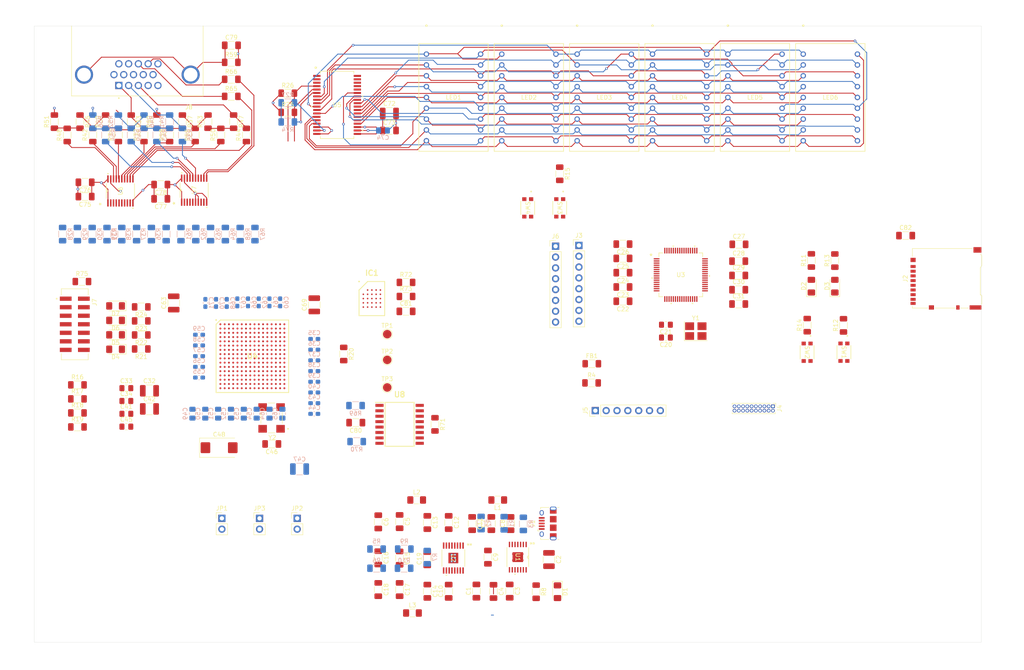
<source format=kicad_pcb>
(kicad_pcb (version 20240108) (generator "pcbnew") (generator_version "8.0")
  (layers (0 "F.Cu" signal) (1 "In1.Cu" power "GND") (2 "In2.Cu" power "3.3V") (31 "B.Cu" signal) (34 "B.Paste" user) (35 "F.Paste" user) (36 "B.SilkS" user "B.Silkscreen") (37 "F.SilkS" user "F.Silkscreen") (38 "B.Mask" user) (39 "F.Mask" user) (44 "Edge.Cuts" user))
  (net 0 "")
  (net 1 "Net-(U1-VBST)")
  (net 2 "Net-(U1-SW1)")
  (net 3 "/Power Supply/POWER_IN")
  (net 4 "GND")
  (net 5 "Net-(JP1-A)")
  (net 6 "Net-(U1-SS)")
  (net 7 "Net-(U1-VREG5)")
  (net 8 "Net-(U2-SW1)")
  (net 9 "Net-(U2-VBST1)")
  (net 10 "Net-(U2-VBST2)")
  (net 11 "Net-(U2-SW2)")
  (net 12 "Net-(JP3-A)")
  (net 13 "Net-(U2-VREG5)")
  (net 14 "Net-(U3B-PB14)")
  (net 15 "Net-(U3B-PB13)")
  (net 16 "+3.3V")
  (net 17 "Net-(U3A-DECOUPLE)")
  (net 18 "+1V0")
  (net 19 "+1V8")
  (net 20 "Net-(U5A-OSC)")
  (net 21 "Net-(J8-SHIELD)")
  (net 22 "Net-(D1-A)")
  (net 23 "Net-(D2-A)")
  (net 24 "Net-(D3-A)")
  (net 25 "Net-(D4-A)")
  (net 26 "Net-(D5-A)")
  (net 27 "Net-(D6-A)")
  (net 28 "Net-(D7-A)")
  (net 29 "Net-(FB1-Pad2)")
  (net 30 "SRAM_DQ0")
  (net 32 "SRAM_DQ2")
  (net 33 "SRAM_DQ7")
  (net 34 "SRAM_DQ5")
  (net 35 "SRAM_SCLK")
  (net 37 "SRAM_RESET#")
  (net 38 "SRAM_DQSM")
  (net 40 "SRAM_DQ4")
  (net 41 "SRAM_DQ6")
  (net 45 "SRAM_DQ3")
  (net 46 "SRAM_CS#")
  (net 47 "SRAM_DQ1")
  (net 51 "+3.3VA")
  (net 55 "SD_US2_CLK")
  (net 57 "SD_US2_RX")
  (net 58 "SD_US2_TX")
  (net 59 "SD_US2_CS")
  (net 60 "Net-(J3-Pin_7)")
  (net 61 "Net-(J3-Pin_6)")
  (net 62 "Net-(J3-Pin_5)")
  (net 63 "US1_TX")
  (net 64 "US1_CS")
  (net 65 "Net-(J3-Pin_8)")
  (net 66 "US1_RX")
  (net 67 "US1_CLK")
  (net 68 "Net-(J4-Pin_9)")
  (net 71 "Net-(J4-Pin_7)")
  (net 73 "MCU_Reset")
  (net 77 "Net-(J4-Pin_13)")
  (net 78 "Controller_Btn1")
  (net 79 "Controller_Z")
  (net 80 "Controller_X")
  (net 81 "Controller_Btn2")
  (net 82 "Controller_Y")
  (net 83 "Net-(J6-Pin_4)")
  (net 84 "Net-(J6-Pin_6)")
  (net 85 "Net-(J6-Pin_2)")
  (net 86 "Net-(J6-Pin_1)")
  (net 87 "Net-(J6-Pin_7)")
  (net 88 "Net-(J6-Pin_8)")
  (net 89 "Net-(J6-Pin_5)")
  (net 90 "Net-(J6-Pin_3)")
  (net 91 "/FPGA/FPGA Config/JTAG_TCK")
  (net 92 "/FPGA/FPGA Config/JTAG_TDI")
  (net 95 "/FPGA/FPGA Config/JTAG_TMS")
  (net 96 "/FPGA/FPGA Config/JTAG_TDO")
  (net 98 "Net-(J8-Pad13)")
  (net 100 "Net-(J8-Pad3)")
  (net 102 "Net-(J8-Pad14)")
  (net 103 "Net-(J8-Pad2)")
  (net 104 "Net-(J8-Pad1)")
  (net 107 "DD_O0")
  (net 108 "DD_O12")
  (net 109 "DD_O10")
  (net 110 "DD_O13")
  (net 111 "DD_O11")
  (net 112 "DD_O15")
  (net 113 "DD_O18")
  (net 114 "DD_O6")
  (net 115 "DD_O16")
  (net 116 "DD_O7")
  (net 117 "DD_O2")
  (net 118 "DD_O4")
  (net 119 "DD_O5")
  (net 120 "DD_O17")
  (net 121 "DD_O3")
  (net 122 "DD_O8")
  (net 123 "DD_O9")
  (net 124 "DD_O14")
  (net 125 "DD_O1")
  (net 126 "Net-(U1-VFB)")
  (net 127 "/Power Supply/EN1.8V")
  (net 128 "Net-(U2-VFB1)")
  (net 129 "Net-(U2-VFB2)")
  (net 130 "/Power Supply/EN3.3V")
  (net 131 "Net-(U3B-PA2)")
  (net 132 "Net-(R12-Pad1)")
  (net 133 "Net-(U3B-PA3)")
  (net 134 "Net-(R14-Pad1)")
  (net 135 "Net-(R15-Pad2)")
  (net 136 "FPGA_DONE")
  (net 137 "INIT")
  (net 138 "FPGA_RESET")
  (net 139 "FPGA_LED0")
  (net 140 "FPGA_LED1")
  (net 141 "FPGA_LED2")
  (net 142 "I2C0_SCL")
  (net 143 "I2C0_SDA")
  (net 144 "Net-(U5A-ISET)")
  (net 145 "VGA_R0")
  (net 146 "VGA_R1")
  (net 147 "VGA_R2")
  (net 148 "VGA_R3")
  (net 149 "/VGA out/R3")
  (net 150 "Net-(R33-Pad2)")
  (net 151 "/VGA out/R2")
  (net 152 "/VGA out/G3")
  (net 153 "VGA_B3")
  (net 154 "VGA_B2")
  (net 155 "VGA_B1")
  (net 156 "VGA_B0")
  (net 157 "Net-(R40-Pad2)")
  (net 158 "Net-(R41-Pad2)")
  (net 159 "/VGA out/R1")
  (net 160 "/VGA out/G2")
  (net 161 "/VGA out/B3")
  (net 162 "Net-(R45-Pad2)")
  (net 163 "Net-(R46-Pad2)")
  (net 164 "Net-(R47-Pad2)")
  (net 165 "/VGA out/R0")
  (net 166 "/VGA out/G1")
  (net 167 "/VGA out/B2")
  (net 168 "Net-(R52-Pad2)")
  (net 169 "Net-(R53-Pad2)")
  (net 170 "/VGA out/G0")
  (net 171 "/VGA out/B1")
  (net 172 "Net-(R57-Pad2)")
  (net 173 "/VGA out/B0")
  (net 174 "VGA_G0")
  (net 175 "VGA_G1")
  (net 176 "VGA_G2")
  (net 177 "VGA_G3")
  (net 178 "/VGA out/HSYNC")
  (net 179 "/VGA out/VSYNC")
  (net 180 "VGA_VSYNC")
  (net 181 "VGA_HSYNC")
  (net 182 "/FPGA/Unit A/Flash Memory/FLASH_HOLD#")
  (net 183 "/FPGA/Unit A/Flash Memory/FLASH_CS#")
  (net 184 "/FPGA/Unit A/Flash Memory/FLASH_W#")
  (net 185 "MCU_Btn_1")
  (net 187 "MCU_Btn_2")
  (net 195 "FPGA_US0_RX")
  (net 196 "FPGA_US0_CS")
  (net 201 "FPGA_GPIO0")
  (net 208 "FPGA_US0_CLK")
  (net 210 "FPGA_US0_TX")
  (net 214 "FPGA_GPIO1")
  (net 250 "JC6")
  (net 275 "JC7")
  (net 290 "FPGA_CONFIG_CLOCK")
  (net 310 "Net-(U4A-IO_L13P_T2_MRCC_14)")
  (net 324 "/FPGA/Unit A/Flash Memory/FLASH_DQ1")
  (net 327 "/FPGA/Unit A/Flash Memory/FLASH_DQ0")
  (net 361 "Net-(JP2-A)")
  (net 362 "Net-(R27-Pad2)")
  (footprint "LED_SMD:LED_1206_3216Metric_Pad1.42x1.75mm_HandSolder" (layer "F.Cu") (at 57.08 101.42 180)
    (property "Reference" "D5")
    (property "Value" "LED")
  )
  (footprint "Resistor_SMD:R_1206_3216Metric_Pad1.30x1.75mm_HandSolder" (layer "F.Cu") (at 110.55 105.92 -90)
    (property "Reference" "R20")
    (property "Value" "4.7k")
  )
  (footprint "LED_SMD:LED_1206_3216Metric_Pad1.42x1.75mm_HandSolder" (layer "F.Cu") (at 57.08 98.03 180)
    (property "Reference" "D6")
    (property "Value" "LED")
  )
  (footprint "Capacitor_SMD:C_1206_3216Metric_Pad1.33x1.80mm_HandSolder" (layer "F.Cu") (at 203.1125 90.85)
    (property "Reference" "C30")
    (property "Value" "100n")
  )
  (footprint "LTP-587HR:LTP-587HR_LTO" (layer "F.Cu") (at 200.5812 35.59)
    (property "Reference" "LED5")
    (property "Value" "LTP-587HR")
  )
  (footprint "Capacitor_SMD:C_1206_3216Metric_Pad1.33x1.80mm_HandSolder" (layer "F.Cu") (at 67.675002 69.5306 180)
    (property "Reference" "C77")
    (property "Value" "1u")
  )
  (footprint "TPS54325PWP:PWP14_2P31X2P46" (layer "F.Cu") (at 151.35 153.5625 -90)
    (property "Reference" "U1")
    (property "Value" "TPS54325")
  )
  (footprint "Capacitor_SMD:C_1206_3216Metric_Pad1.33x1.80mm_HandSolder" (layer "F.Cu") (at 130.15 145.4373 -90)
    (property "Reference" "C13")
    (property "Value" "100n")
  )
  (footprint "Resistor_SMD:R_1206_3216Metric_Pad1.30x1.75mm_HandSolder" (layer "F.Cu") (at 155.65 161.675 -90)
    (property "Reference" "R8")
    (property "Value" "330")
  )
  (footprint "Capacitor_SMD:C_1206_3216Metric_Pad1.33x1.80mm_HandSolder" (layer "F.Cu") (at 203.1125 87.5)
    (property "Reference" "C29")
    (property "Value" "100n")
  )
  (footprint "Capacitor_SMD:C_1206_3216Metric_Pad1.33x1.80mm_HandSolder" (layer "F.Cu") (at 123.65 145.225 -90)
    (property "Reference" "C5")
    (property "Value" "22u")
  )
  (footprint "Capacitor_SMD:C_1206_3216Metric_Pad1.33x1.80mm_HandSolder" (layer "F.Cu") (at 130.118699 153.9373 90)
    (property "Reference" "C19")
    (property "Value" "1u")
  )
  (footprint "Resistor_SMD:R_1206_3216Metric_Pad1.30x1.75mm_HandSolder" (layer "F.Cu") (at 168.64 112.7)
    (property "Reference" "R4")
    (property "Value" "1")
  )
  (footprint "Resistor_SMD:R_1206_3216Metric_Pad1.30x1.75mm_HandSolder" (layer "F.Cu") (at 84.74945 51.4225 -90)
    (property "Reference" "R47")
    (property "Value" "270")
  )
  (footprint "Resistor_SMD:R_1206_3216Metric_Pad1.30x1.75mm_HandSolder" (layer "F.Cu") (at 42.74945 51.4225 90)
    (property "Reference" "R51")
    (property "Value" "536")
  )
  (footprint "Capacitor_SMD:C_1210_3225Metric_Pad1.33x2.70mm_HandSolder" (layer "F.Cu") (at 65.0225 114.55)
    (property "Reference" "C32")
    (property "Value" "100u")
  )
  (footprint "LTP-587HR:LTP-587HR_LTO" (layer "F.Cu") (at 129.9316 35.59)
    (property "Reference" "LED1")
    (property "Value" "LTP-587HR")
  )
  (footprint "Capacitor_SMD:C_1206_3216Metric_Pad1.33x1.80mm_HandSolder" (layer "F.Cu") (at 135.15 161.5625 90)
    (property "Reference" "C10")
    (property "Value" "100n")
  )
  (footprint "LED_SMD:LED_1206_3216Metric_Pad1.42x1.75mm_HandSolder" (layer "F.Cu") (at 160.65 161.675 -90)
    (property "Reference" "D1")
    (property "Value" "LED")
  )
  (footprint "Connector_PinHeader_2.54mm:PinHeader_1x08_P2.54mm_Vertical" (layer "F.Cu") (at 160.2 80.65)
    (property "Reference" "J6")
    (property "Value" "FPGA_GPIO_header")
  )
  (footprint "Capacitor_SMD:C_1206_3216Metric_Pad1.33x1.80mm_HandSolder" (layer "F.Cu") (at 145.65 161.6 -90)
    (property "Reference" "C4")
    (property "Value" "100n")
  )
  (footprint "MicroHard:AMPHENOL_L77HDE15SD1CH4FVGA" (layer "F.Cu") (at 62.18425 40.4025 180)
    (property "Reference" "J8")
    (property "Value" "L77HDE15SD1CH4FVGA")
  )
  (footprint "Resistor_SMD:R_1206_3216Metric_Pad1.30x1.75mm_HandSolder" (layer "F.Cu") (at 97.45 49.25)
    (property "Reference" "R25")
    (property "Value" "4.7k")
  )
  (footprint "Capacitor_SMD:C_1206_3216Metric_Pad1.33x1.80mm_HandSolder" (layer "F.Cu") (at 144.35 153.5625 -90)
    (property "Reference" "C9")
    (property "Value" "10u")
  )
  (footprint "Resistor_SMD:R_1206_3216Metric_Pad1.30x1.75mm_HandSolder" (layer "F.Cu") (at 48.15 113.16)
    (property "Reference" "R16")
    (property "Value" "200")
  )
  (footprint "Resistor_SMD:R_1206_3216Metric_Pad1.30x1.75mm_HandSolder" (layer "F.Cu") (at 63.1 94.87 180)
    (property "Reference" "R24")
    (property "Value" "330")
  )
  (footprint "Capacitor_SMD:C_1210_3225Metric_Pad1.33x2.70mm_HandSolder" (layer "F.Cu") (at 158.65 154.125 -90)
    (property "Reference" "C2")
    (property "Value" "100u")
  )
  (footprint "Capacitor_SMD:C_1206_3216Metric_Pad1.33x1.80mm_HandSolder" (layer "F.Cu") (at 113.3755 122.015 180)
    (property "Reference" "C80")
    (property "Value" "100n")
  )
  (footprint "Capacitor_SMD:C_1206_3216Metric_Pad1.33x1.80mm_HandSolder" (layer "F.Cu") (at 93.69 127.02 180)
    (property "Reference" "C46")
    (property "Value" "10n")
  )
  (footprint "Connector_PinHeader_2.54mm:PinHeader_1x08_P2.54mm_Vertical" (layer "F.Cu") (at 165.675 80.45)
    (property "Reference" "J3")
    (property "Value" "GPIO_header")
  )
  (footprint "Capacitor_SMD:C_1210_3225Metric_Pad1.33x2.70mm_HandSolder" (layer "F.Cu") (at 70.7125 93.95 90)
    (property "Reference" "C63")
    (property "Value" "47u")
  )
  (footprint "Capacitor_SMD:C_1206_3216Metric_Pad1.33x1.80mm_HandSolder" (layer "F.Cu") (at 67.675002 66.1806 180)
    (property "Reference" "C78")
    (property "Value" "100n")
  )
  (footprint "Capacitor_SMD:C_1206_3216Metric_Pad1.33x1.80mm_HandSolder" (layer "F.Cu") (at 49.9375 69 180)
    (property "Reference" "C75")
    (property "Value" "1u")
  )
  (footprint "Resistor_SMD:R_1206_3216Metric_Pad1.30x1.75mm_HandSolder" (layer "F.Cu") (at 48.15 119.74)
    (property "Reference" "R18")
    (property "Value" "10k")
  )
  (footprint "Resistor_SMD:R_1206_3216Metric_Pad1.30x1.75mm_HandSolder" (layer "F.Cu") (at 219.175 99.15 90)
    (property "Reference" "R14")
    (property "Value" "10k")
  )
  (footprint "Crystal:Crystal_SMD_3225-4Pin_3.2x2.5mm_HandSoldering" (layer "F.Cu") (at 193.0625 100.55)
    (property "Reference" "Y1")
    (property "Value" "48MHz")
  )
  (footprint "Capacitor_SMD:C_0805_2012Metric_Pad1.18x1.45mm_HandSolder" (layer "F.Cu") (at 186.0625 102.06 180)
    (property "Reference" "C20")
    (property "Value" "30p")
  )
  (footprint "Capacitor_SMD:C_0805_2012Metric_Pad1.18x1.45mm_HandSolder" (layer "F.Cu") (at 186.0625 99.05 180)
    (property "Reference" "C21")
    (property "Value" "30p")
  )
  (footprint "Capacitor_SMD:C_1206_3216Metric_Pad1.33x1.80mm_HandSolder" (layer "F.Cu") (at 203.1125 84.15)
    (property "Reference" "C28")
    (property "Value" "10u")
  )
  (footprint "Connector_USB:USB_Micro-B_Amphenol_10118194_Horizontal" (layer "F.Cu") (at 158.35 145.6625 90)
    (property "Reference" "J1")
    (property "Value" "USB_B_Micro")
  )
  (footprint "MicroHard:SOIC127P1032X265-16N" (layer "F.Cu") (at 123.65 122.42)
    (property "Reference" "U8")
    (property "Value" "MT25QL256ABA8ESF-0SIT" (hide yes))
  )
  (footprint "Resistor_SMD:R_1206_3216Metric_Pad1.30x1.75mm_HandSolder" (layer "F.Cu") (at 220.14965 83.978352 90)
    (property "Reference" "R11")
    (property "Value" "68")
  )
  (footprint "Resistor_SMD:R_1206_3216Metric_Pad1.30x1.75mm_HandSolder" (layer "F.Cu") (at 48.74945 51.4225 -90)
    (property "Reference" "R45")
    (property "Value" "270")
  )
  (footprint "Capacitor_SMD:C_1206_3216Metric_Pad1.33x1.80mm_HandSolder" (layer "F.Cu") (at 118.65 161.1625 -90)
    (property "Reference" "C18")
    (property "Value" "22u")
  )
  (footprint "MicroHard:OSC_CB3-3C-20M000000" (layer "F.Cu") (at 93.65 120.92 180)
    (property "Reference" "Y2")
    (property "Value" "CB3-3C-20M000000")
  )
  (footprint "Resistor_SMD:R_1206_3216Metric_Pad1.30x1.75mm_HandSolder" (layer "F.Cu") (at 63.1 104.74 180)
    (property "Reference" "R21")
    (property "Value" "100")
  )
  (footprint "Connector_PinHeader_2.54mm:PinHeader_1x02_P2.54mm_Vertical" (layer "F.Cu") (at 82 144.46)
    (property "Reference" "JP1")
    (property "Value" "Jumper_2_Bridged")
  )
  (footprint "footprints:PW20" (layer "F.Cu") (at 75.5 67.5 90)
    (property "Reference" "U7")
    (property "Value" "SN74ALVC245PWR")
  )
  (footprint "MicroHard:BGA24C100P5X5_600X800X120" (layer "F.Cu") (at 117.15 92.92)
    (property "Reference" "IC1")
    (property "Value" "IS66WVO32M8DBLL-166BLI" (hide yes))
  )
  (footprint "Capacitor_SMD:C_1206_3216Metric_Pad1.33x1.80mm_HandSolder" (layer "F.Cu") (at 123.65 153.7875 -90)
    (property "Reference" "C15")
    (property "Value" "22u")
  )
  (footprint "Capacitor_SMD:C_1206_3216Metric_Pad1.33x1.80mm_HandSolder" (layer "F.Cu") (at 141.65 161.525 90)
    (property "Reference" "C1")
    (property "Value" "100n")
  )
  (footprint "Resistor_SMD:R_1206_3216Metric_Pad1.30x1.75mm_HandSolder" (layer "F.Cu") (at 84.2 45.5)
    (property "Reference" "R65")
    (property "Value" "100")
  )
  (footprint "Resistor_SMD:R_1206_3216Metric_Pad1.30x1.75mm_HandSolder" (layer "F.Cu") (at 48.15 116.45)
    (property "Reference" "R17")
    (property "Value" "4.7k")
  )
  (footprint "Resistor_SMD:R_1206_3216Metric_Pad1.30x1.75mm_HandSolder" (layer "F.Cu") (at 87.74945 54.55 90)
    (property "Reference" "R44")
    (property "Value" "536")
  )
  (footprint "Capacitor_SMD:C_1206_3216Metric_Pad1.33x1.80mm_HandSolder" (layer "F.Cu") (at 149.65 145.6877 90)
    (property "Reference" "C8")
    (property "Value" "1u")
  )
  (footprint "Connector_PinHeader_2.54mm:PinHeader_1x02_P2.54mm_Vertical" (layer "F.Cu") (at 99.65 144.46)
    (property "Reference" "JP2")
    (property "Value" "Jumper_2_Bridged")
  )
  (footprint "KMR221NG:KMR221_CNK" (layer "F.Cu") (at 227.775 105.5 -90)
    (property "Reference" "SW1")
    (property "Value" "KMR221NGLFS")
  )
  (footprint "Resistor_SMD:R_1206_3216Metric_Pad1.30x1.75mm_HandSolder" (layer "F.Cu") (at 45.74945 54.55 90)
    (property "Reference" "R48")
    (property "Value" "536")
  )
  (footprint "Resistor_SMD:R_1206_3216Metric_Pad1.30x1.75mm_HandSolder" (layer "F.Cu") (at 125.15 89.13)
    (property "Reference" "R72")
    (property "Value" "2.4k")
  )
  (footprint "KMR221NG:KMR221_CNK" (layer "F.Cu") (at 153.675 71.65 -90)
    (property "Reference" "SW4")
    (property "Value" "KMR221NGLFS")
  )
  (footprint "Resistor_SMD:R_1206_3216Metric_Pad1.30x1.75mm_HandSolder" (layer "F.Cu") (at 97.45 44.75)
    (property "Reference" "R26")
    (property "Value" "4.7k")
  )
  (footprint "Inductor_SMD:L_1206_3216Metric_Pad1.42x1.75mm_HandSolder" (layer "F.Cu") (at 126.6625 166.6625)
    (property "Reference" "L3")
    (property "Value" "2.2u")
  )
  (footprint "Inductor_SMD:L_1206_3216Metric_Pad1.42x1.75mm_HandSolder" (layer "F.Cu") (at 146.65 140.1625 180)
    (property "Reference" "L1")
    (property "Value" "1.5u")
  )
  (footprint "TPS54294PWP:PWP16_2P31X2P46" (layer "F.Cu") (at 136.2437 153.7751 -90)
    (property "Reference" "U2")
    (property "Value" "TPS54294")
  )
  (footprint "Resistor_SMD:R_1206_3216Metric_Pad1.30x1.75mm_HandSolder" (layer "F.Cu") (at 63.74945 54.55 90)
    (property "Reference" "R32")
    (property "Value" "536")
  )
  (footprint "Resistor_SMD:R_1206_3216Metric_Pad1.30x1.75mm_HandSolder" (layer "F.Cu") (at 60.74945 51.4225 -90)
    (property "Reference" "R33")
    (property "Value" "270")
  )
  (footprint "LED_SMD:LED_1206_3216Metric_Pad1.42x1.75mm_HandSolder" (layer "F.Cu") (at 225.64965 90.00955 90)
    (property "Reference" "D3")
    (property "Value" "LED")
  )
  (footprint "Capacitor_SMD:C_1206_3216Metric_Pad1.33x1.80mm_HandSolder" (layer "F.Cu") (at 118.65 145.2875 -90)
    (property "Reference" "C6")
    (property "Value" "22u")
  )
  (footprint "TestPoint:TestPoint_Pad_D2.0mm" (layer "F.Cu") (at 120.75 113.77)
    (property "Reference" "TP3")
    (property "Value" "TestPoint")
  )
  (footprint "Resistor_SMD:R_1206_3216Metric_Pad1.30x1.75mm_HandSolder" (layer "F.Cu") (at 131.938 122.42 -90)
    (property "Reference" "R71")
    (property "Value" "4.7k")
  )
  (footprint "Capacitor_SMD:C_1206_3216Metric_Pad1.33x1.80mm_HandSolder" (layer "F.Cu") (at 242.2375 78.15)
    (property "Reference" "C82")
    (property "Value" "100n")
  )
  (footprint "Resistor_SMD:R_1206_3216Metric_Pad1.30x1.75mm_HandSolder" (layer "F.Cu") (at 72.74945 51.4225 -90)
    (property "Reference" "R57")
    (property "Value" "270")
  )
  (footprint "Resistor_SMD:R_1206_3216Metric_Pad1.30x1.75mm_HandSolder" (layer "F.Cu") (at 161.175 63.65 -90)
    (property "Reference" "R15")
    (property "Value" "10k")
  )
  (footprint "LTP-587HR:LTP-587HR_LTO" (layer "F.Cu") (at 182.9188 35.59)
    (property "Reference" "LED4")
    (property "Value" "LTP-587HR")
  )
  (footprint "Capacitor_SMD:C_1206_3216Metric_Pad1.33x1.80mm_HandSolder" (layer "F.Cu") (at 145.15 145.6877 90)
    (property "Reference" "C7")
    (property "Value" "3.3n")
  )
  (footprint "MicroHard:MOLEX_87832-1420" (layer "F.Cu") (at 47.525 98.95 -90)
    (property "Reference" "J7")
    (property "Value" "FPGA_DEBUG")
  )
  (footprint "EFM32GG842F1024:QFP64_10X10" (layer "F.Cu") (at 189.55 87.35)
    (property "Reference" "U3")
    (property "Value" "EFM32GG842F1024")
  )
  (footprint "Resistor_SMD:R_1206_3216Metric_Pad1.30x1.75mm_HandSolder" (layer "F.Cu") (at 63.1 101.45 180)
    (property "Reference" "R22")
    (property "Value" "330")
  )
  (footprint "KMR221NG:KMR221_CNK" (layer "F.Cu") (at 219.14965 105.50955 -90)
    (property "Reference" "SW2")
    (property "Value" "KMR221NGLFS")
  )
  (footprint "Resistor_SMD:R_1206_3216Metric_Pad1.30x1.75mm_HandSolder" (layer "F.Cu") (at 81.74945 54.55 90)
    (property "Reference" "R50")
    (property "Value" "536")
  )
  (footprint "Capacitor_SMD:C_1206_3216Metric_Pad1.33x1.80mm_HandSolder" (layer "F.Cu") (at 175.9875 80.15 180)
    (property "Reference" "C26")
    (property "Value" "10u")
  )
  (footprint "footprints:PW20" (layer "F.Cu") (at 58.225001 67.6806 90)
    (property "Reference" "U6")
    (property "Value" "SN74ALVC245PWR")
  )
  (footprint "Capacitor_SMD:C_1206_3216Metric_Pad1.33x1.80mm_HandSolder" (layer "F.Cu") (at 175.9875 90.2 180)
    (property "Reference" "C23")
    (property "Value" "10n")
  )
  (footprint "Connector_PinHeader_2.54mm:PinHeader_1x07_P2.54mm_Vertical" (layer "F.Cu") (at 169.52 119.2 90)
    (property "Reference" "J5")
    (property "Value" "Controller Connector")
  )
  (footprint "Resistor_SMD:R_1206_3216Metric_Pad1.30x1.75mm_HandSolder" (layer "F.Cu") (at 84.2 37.5225)
    (property "Reference" "R59")
    (property "Value" "1MEG")
  )
  (footprint "Capacitor_SMD:C_1206_3216Metric_Pad1.33x1.80mm_HandSolder" (layer "F.Cu") (at 130.15 161.5625 -90)
    (property "Reference" "C14")
    (property "Value" "100n")
  )
  (footprint "Resistor_SMD:R_1206_3216Metric_Pad1.30x1.75mm_HandSolder" (layer "F.Cu") (at 54.74945 51.4225 90)
    (property "Reference" "R40")
    (property "Value" "270")
  )
  (footprint "Resistor_SMD:R_1206_3216Metric_Pad1.30x1.75mm_HandSolder" (layer "F.Cu") (at 69.74945 54.55 90)
    (property "Reference" "R58")
    (property "Value" "536")
  )
  (footprint "Resistor_SMD:R_1206_3216Metric_Pad1.30x1.75mm_HandSolder" (layer "F.Cu") (at 168.69 108.2)
    (property "Reference" "FB1")
    (property "Value" "FerriteBead")
  )
  (footprint "Capacitor_SMD:C_0805_2012Metric_Pad1.18x1.45mm_HandSolder" (layer "F.Cu") (at 59.6125 122.96)
    (property "Reference" "C45")
    (property "Value" "4.7u")
  )
  (footprint "Capacitor_SMD:C_1206_3216Metric_Pad1.33x1.80mm_HandSolder" (layer "F.Cu") (at 125.15 95.92)
    (property "Reference" "C81")
    (property "Value" "100n")
  )
  (footprint "Resistor_SMD:R_1206_3216Metric_Pad1.30x1.75mm_HandSolder" (layer "F.Cu") (at 66.74945 51.4225 90)
    (property "Reference" "R60")
    (property "Value" "536")
  )
  (footprint "Capacitor_SMD:C_1206_3216Metric_Pad1.33x1.80mm_HandSolder" (layer "F.Cu") (at 135.15 145.4373 -90)
    (property "Reference" "C12")
    (property "Value" "100n")
  )
  (footprint "Resistor_SMD:R_1206_3216Metric_Pad1.30x1.75mm_HandSolder" (layer "F.Cu") (at 49.2 88.92)
    (property "Reference" "R75")
    (property "Value" "10k")
  )
  (footprint "Capacitor_SMD:C_1210_3225Metric_Pad1.33x2.70mm_HandSolder" (layer "F.Cu") (at 121.25 49.5)
    (property "Reference" "C72")
    (property "Value" "47u")
  )
  (footprint "Capacitor_SMD:C_1206_3216Metric_Pad1.33x1.80mm_HandSolder" (layer "F.Cu") (at 175.9875 93.55 180)
    (property "Reference" "C22")
    (property "Value" "10u")
  )
  (footprint "Capacitor_SMD:C_1206_3216Metric_Pad1.33x1.80mm_HandSolder" (layer "F.Cu") (at 203.1125 94.2)
    (property "Reference" "C31")
    (property "Value" "100n")
  )
  (footprint "LTP-587HR:LTP-587HR_LTO" (layer "F.Cu") (at 218.2436 35.59)
    (property "Reference" "LED6")
    (property "Value" "LTP-587HR")
  )
  (footprint "Capacitor_SMD:C_1210_3225Metric_Pad1.33x2.70mm_HandSolder" (layer "F.Cu") (at 103.65 94.3875 90)
    (property "Reference" "C69")
    (property "Value" "100u")
  )
  (footprint "MicroHard:BGA256C100P16X16_1700X1700X155" (layer "F.Cu") (at 89.15 106.45)
    (property "Reference" "U4")
    (property "Value" "XC7A100T-FTG256" (hide yes))
  )
  (footprint "TestPoint:TestPoint_Pad_D2.0mm" (layer "F.Cu") (at 120.75 107.3)
    (property "Reference" "TP2")
    (property "Value" "TestPoint")
  )
  (footprint "Resistor_SMD:R_1206_3216Metric_Pad1.30x1.75mm_HandSolder" (layer "F.Cu") (at 48.15 123.03)
    (property "Reference" "R19")
    (property "Value" "10k")
  )
  (footprint "LTP-587HR:LTP-587HR_LTO" (layer "F.Cu") (at 147.594 35.59)
    (property "Reference" "LED2")
    (property "Value" "LTP-587HR")
  )
  (footprint "LTP-587HR:LTP-587HR_LTO" (layer "F.Cu") (at 165.2564 35.59)
    (property "Reference" "LED3")
    (property "Value" "LTP-587HR")
  )
  (footprint "Capacitor_Tantalum_SMD:CP_EIA-7343-31_Kemet-D_Pad2.25x2.55mm_HandSolder" (layer "F.Cu") (at 81.35 127.9)
    (property "Reference" "C48")
    (property "Value" "330u")
  )
  (footprint "Resistor_SMD:R_1206_3216Metric_Pad1.30x1.75mm_HandSolder" (layer "F.Cu") (at 75.74945 54.55 90)
    (property "Reference" "R55")
    (property "Value" "536")
  )
  (footprint "KMR221NG:KMR221_CNK" (layer "F.Cu") (at 161.175 71.65 -90)
    (property "Reference" "SW3")
    (property "Value" "KMR221NGLFS")
  )
  (footprint "Capacitor_SMD:C_1206_3216Metric_Pad1.33x1.80mm_HandSolder" (layer "F.Cu") (at 121.25 53.5)
    (property "Reference" "C73")
    (property "Value" "100n")
  )
  (footprint "Capacitor_SMD:C_0805_2012Metric_Pad1.18x1.45mm_HandSolder" (layer "F.Cu") (at 59.6125 113.93)
    (property "Reference" "C33")
    (property "Value" "4.7u")
  )
  (footprint "Capacitor_SMD:C_1206_3216Metric_Pad1.33x1.80mm_HandSolder" (layer "F.Cu") (at 203.175 80.2)
    (property "Reference" "C27")
    (property "Value" "100n")
  )
  (footprint "Capacitor_SMD:C_1206_3216Metric_Pad1.33x1.80mm_HandSolder" (layer "F.Cu") (at 149.45 161.525 -90)
    (property "Reference" "C3")
    (property "Value" "10u")
  )
  (footprint "Resistor_SMD:R_1206_3216Metric_Pad1.30x1.75mm_HandSolder" (layer "F.Cu") (at 57.74945 54.55 90)
    (property "Reference" "R34")
    (property "Value" "536")
  )
  (footprint "Resistor_SMD:R_1206_3216Metric_Pad1.30x1.75mm_HandSolder" (layer "F.Cu") (at 227.675 99.2 90)
    (property "Reference" "R12")
    (property "Value" "10k")
  )
  (footprint "Capacitor_SMD:C_0805_2012Metric_Pad1.18x1.45mm_HandSolder" (layer "F.Cu") (at 59.6125 119.95)
    (property "Reference" "C41")
    (property "Value" "4.7u")
  )
  (footprint "Connector_PinHeader_2.54mm:PinHeader_1x02_P2.54mm_Vertical" (layer "F.Cu") (at 90.825 144.46)
    (property "Reference" "JP3")
    (property "Value" "Jumper_2_Bridged")
  )
  (footprint "Capacitor_SMD:C_1206_3216Metric_Pad1.33x1.80mm_HandSolder" (layer "F.Cu") (at 175.9875 83.5 180)
    (property "Reference" "C25")
    (property "Value" "1u")
  )
  (footprint "Capacitor_SMD:C_1206_3216Metric_Pad1.33x1.80mm_HandSolder" (layer "F.Cu") (at 84.23 33.5225)
    (property "Reference" "C79")
    (property "Value" "4p")
  )
  (footprint "Resistor_SMD:R_1206_3216Metric_Pad1.30x1.75mm_HandSolder" (layer "F.Cu") (at 84.2 41.5)
    (property "Reference" "R66")
    (property "Value" "100")
  )
  (footprint "LED_SMD:LED_1206_3216Metric_Pad1.42x1.75mm_HandSolder" (layer "F.Cu") (at 57.08 104.81 180)
    (property "Reference" "D4")
    (property "Value" "LED")
  )
  (footprint "Inductor_SMD:L_1206_3216Metric_Pad1.42x1.75mm_HandSolder" (layer "F.Cu") (at 127.65 140.1625)
    (property "Reference" "L2")
    (property "Value" "1.5u")
  )
  (footprint "TestPoint:TestPoint_Pad_D2.0mm" (layer "F.Cu") (at 120.75 101.27)
    (property "Reference" "TP1")
    (property "Value" "TestPoint")
  )
  (footprint "Capacitor_SMD:C_1206_3216Metric_Pad1.33x1.80mm_HandSolder" (layer "F.Cu") (at 118.65 153.725 -90)
    (property "Reference" "C16")
    (property "Value" "22u")
  )
  (footprint "Connector_Card:microSD_HC_Hirose_DM3AT-SF-PEJM5" (layer "F.Cu") (at 251.71 88.18 90)
    (property "Reference" "J2")
    (property "Value" "Micro_SD_Card_Det2")
  )
  (footprint "Capacitor_SMD:C_1210_3225Metric_Pad1.33x2.70mm_HandSolder" (layer "F.Cu") (at 65.0225 118.8)
    (property "Reference" "C42")
    (property "Value" "100u")
  )
  (footprint "Resistor_SMD:R_1206_3216Metric_Pad1.30x1.75mm_HandSolder" (layer "F.Cu") (at 51.75 54.55 90)
    (property "Reference" "R42")
    (property "Value" "536")
  )
  (footprint "LED_SMD:LED_1206_3216Metric_Pad1.42x1.75mm_HandSolder" (layer "F.Cu") (at 57.08 94.64 180)
    (property "Reference" "D7")
    (property "Value" "LED")
  )
  (footprint "Resistor_SMD:R_1206_3216Metric_Pad1.30x1.75mm_HandSolder" (layer "F.Cu") (at 225.64965 84.00955 90)
    (property "Reference" "R13")
    (property "Value" "68")
  )
  (footprint "Capacitor_SMD:C_1206_3216Metric_Pad1.33x1.80mm_HandSolder" (layer "F.Cu") (at 49.9375 65.65 180)
    (property "Reference" "C76")
    (property "Value" "100n")
  )
  (footprint "Capacitor_SMD:C_0805_2012Metric_Pad1.18x1.45mm_HandSolder" (layer "F.Cu") (at 59.6125 116.94)
    (property "Reference" "C34")
    (property "Value" "4.7u")
  )
  (footprint "Resistor_SMD:R_1206_3216Metric_Pad1.30x1.75mm_HandSolder" (layer "F.Cu") (at 63.1 98.16 180)
    (property "Reference" "R23")
    (property "Value" "330")
  )
  (footprint "Capacitor_SMD:C_1206_3216Metric_Pad1.33x1.80mm_HandSolder" (layer "F.Cu") (at 140.65 145.6877 -90)
    (property "Reference" "C11")
    (property "Value" "10u")
  )
  (footprint "Resistor_SMD:R_1206_3216Metric_Pad1.30x1.75mm_HandSolder" (layer "F.Cu") (at 78.74945 51.4225 90)
    (property "Reference" "R53")
    (property "Value" "270")
  )
  (footprint "Capacitor_SMD:C_1206_3216Metric_Pad1.33x1.80mm_HandSolder" (layer "F.Cu") (at 123.65 161.1625 -90)
    (property "Reference" "C17")
    (property "Value" "22u")
  )
  (footprint "MAX6955:21-0040_A36&plus_2_MXM" (layer "F.Cu") (at 109 47.5)
    (property "Reference" "U5")
    (property "Value" "MAX6955 Display Driver")
  )
  (footprint "Capacitor_SMD:C_1206_3216Metric_Pad1.33x1.80mm_HandSolder" (layer "F.Cu") (at 175.9875 86.85 180)
    (property "Reference" "C24")
    (property "Value" "10n")
  )
  (footprint "Connector_PinHeader_1.00mm:PinHeader_2x10_P1.00mm_Vertical" (layer "F.Cu") (at 211.14 118.2 -90)
    (property "Reference" "J4")
    (property "Value" "MCU_Debug")
  )
  (footprint "LED_SMD:LED_1206_3216Metric_Pad1.42x1.75mm_HandSolder" (layer "F.Cu") (at 220.14965 90.00955 90)
    (property "Reference" "D2")
    (property "Value" "LED")
  )
  (footprint "Resistor_SMD:R_1206_3216Metric_Pad1.30x1.75mm_HandSolder" (layer "F.Cu") (at 125.15 92.42)
    (property "Reference" "R73")
    (property "Value" "2.4k")
  )
  (footprint "Capacitor_SMD:C_0603_1608Metric_Pad1.08x0.95mm_HandSolder" (layer "B.Cu") (at 95.66 93.8125 90)
    (property "Reference" "C60")
    (property "Value" "470n")
  )
  (footprint "Capacitor_SMD:C_0805_2012Metric_Pad1.18x1.45mm_HandSolder" (layer "B.Cu") (at 93.16 119.9125 -90)
    (property "Reference" "C64")
    (property "Value" "4.7u")
  )
  (footprint "Capacitor_SMD:C_0603_1608Metric_Pad1.08x0.95mm_HandSolder" (layer "B.Cu") (at 103.65 114.94 180)
    (property "Reference" "C40")
    (property "Value" "470n")
  )
  (footprint "Resistor_SMD:R_1206_3216Metric_Pad1.30x1.75mm_HandSolder" (layer "B.Cu") (at 82.814612 77.8 90)
    (property "Reference" "R64")
    (property "Value" "100k")
  )
  (footprint "Resistor_SMD:R_1206_3216Metric_Pad1.30x1.75mm_HandSolder" (layer "B.Cu") (at 148.15 145.6125 90)
    (property "Reference" "R1")
    (property "Value" "6.81k")
  )
  (footprint "Resistor_SMD:R_1206_3216Metric_Pad1.30x1.75mm_HandSolder" (layer "B.Cu") (at 58.540768 77.8 -90)
    (property "Reference" "R39")
    (property "Value" "100k")
  )
  (footprint "Resistor_SMD:R_1206_3216Metric_Pad1.30x1.75mm_HandSolder" (layer "B.Cu") (at 113.5875 126.46)
    (property "Reference" "R70")
    (property "Value" "2.4k")
  )
  (footprint "Capacitor_SMD:C_0805_2012Metric_Pad1.18x1.45mm_HandSolder" (layer "B.Cu") (at 75.1 119.9125 -90)
    (property "Reference" "C49")
    (property "Value" "4.7u")
  )
  (footprint "Resistor_SMD:R_1206_3216Metric_Pad1.30x1.75mm_HandSolder" (layer "B.Cu") (at 113.3255 118.015)
    (property "Reference" "R69")
    (property "Value" "4.7k")
  )
  (footprint "Resistor_SMD:R_1206_3216Metric_Pad1.30x1.75mm_HandSolder" (layer "B.Cu") (at 89.75 77.8 90)
    (property "Reference" "R67")
    (property "Value" "100k")
  )
  (footprint "Resistor_SMD:R_1206_3216Metric_Pad1.30x1.75mm_HandSolder" (layer "B.Cu") (at 130.118699 153.5625 90)
    (property "Reference" "R7")
    (property "Value" "100k")
  )
  (footprint "Capacitor_SMD:C_0603_1608Metric_Pad1.08x0.95mm_HandSolder" (layer "B.Cu") (at 88.13 93.8125 90)
    (property "Reference" "C66")
    (property "Value" "470n")
  )
  (footprint "Resistor_SMD:R_1206_3216Metric_Pad1.30x1.75mm_HandSolder" (layer "B.Cu") (at 63.75 51.4225 90)
    (property "Reference" "R46")
    (property "Value" "270")
  )
  (footprint "Resistor_SMD:R_1206_3216Metric_Pad1.30x1.75mm_HandSolder" (layer "B.Cu") (at 79.34692 77.8 90)
    (property "Reference" "R63")
    (property "Value" "100k")
  )
  (footprint "Capacitor_SMD:C_0805_2012Metric_Pad1.18x1.45mm_HandSolder" (layer "B.Cu") (at 119.75 53.5)
    (property "Reference" "C74")
    (property "Value" "11p")
  )
  (footprint "Capacitor_SMD:C_0603_1608Metric_Pad1.08x0.95mm_HandSolder" (layer "B.Cu") (at 80.64 93.95 90)
    (property "Reference" "C70")
    (property "Value" "470n")
  )
  (footprint "Resistor_SMD:R_1206_3216Metric_Pad1.30x1.75mm_HandSolder" (layer "B.Cu") (at 69.75 51.4225 -90)
    (property "Reference" "R41")
    (property "Value" "270")
  )
  (footprint "Capacitor_SMD:C_0603_1608Metric_Pad1.08x0.95mm_HandSolder" (layer "B.Cu") (at 103.65 109.92 180)
    (property "Reference" "C38")
    (property "Value" "470n")
  )
  (footprint "Resistor_SMD:R_1206_3216Metric_Pad1.30x1.75mm_HandSolder" (layer "B.Cu") (at 48.137692 77.8 90)
    (property "Reference" "R29")
    (property "Value" "100k")
  )
  (footprint "Capacitor_SMD:C_0603_1608Metric_Pad1.08x0.95mm_HandSolder" (layer "B.Cu") (at 83.15 93.95 90)
    (property "Reference" "C68")
    (property "Value" "470n")
  )
  (footprint "Resistor_SMD:R_1206_3216Metric_Pad1.30x1.75mm_HandSolder" (layer "B.Cu") (at 124.7 156.1625 180)
    (property "Reference" "R10")
    (property "Value" "22.1k")
  )
  (footprint "Capacitor_SMD:C_0805_2012Metric_Pad1.18x1.45mm_HandSolder" (layer "B.Cu") (at 90.15 119.9125 -90)
    (property "Reference" "C54")
    (property "Value" "4.7u")
  )
  (footprint "Resistor_SMD:R_1206_3216Metric_Pad1.30x1.75mm_HandSolder" (layer "B.Cu") (at 152.65 145.7625 90)
    (property "Reference" "R3")
    (property "Value" "22.1k")
  )
  (footprint "Resistor_SMD:R_1206_3216Metric_Pad1.30x1.75mm_HandSolder" (layer "B.Cu") (at 72.411536 77.8 90)
    (property "Reference" "R61")
    (property "Value" "100k")
  )
  (footprint "Resistor_SMD:R_1206_3216Metric_Pad1.30x1.75mm_HandSolder" (layer "B.Cu") (at 51.605384 77.8 90)
    (property "Reference" "R30")
    (property "Value" "100k")
  )
  (footprint "Capacitor_SMD:C_0603_1608Metric_Pad1.08x0.95mm_HandSolder" (layer "B.Cu") (at 103.65 117.45 180)
    (property "Reference" "C43")
    (property "Value" "470n")
  )
  (footprint "Resistor_SMD:R_1206_3216Metric_Pad1.30x1.75mm_HandSolder" (layer "B.Cu") (at 142.75 145.5625 90)
    (property "Reference" "R2")
    (property "Value" "100k")
  )
  (footprint "Resistor_SMD:R_1206_3216Metric_Pad1.30x1.75mm_HandSolder" (layer "B.Cu") (at 97.45 47 180)
    (property "Reference" "R27")
    (property "Value" "100k")
  )
  (footprint "Capacitor_SMD:C_0603_1608Metric_Pad1.08x0.95mm_HandSolder" (layer "B.Cu") (at 76.65 108.93 180)
    (property "Reference" "C56")
    (property "Value" "470n")
  )
  (footprint "Capacitor_SMD:C_0603_1608Metric_Pad1.08x0.95mm_HandSolder" (layer "B.Cu") (at 93.15 93.8125 90)
    (property "Reference" "C61")
    (property "Value" "470n")
  )
  (footprint "Resistor_SMD:R_1206_3216Metric_Pad1.30x1.75mm_HandSolder" (layer "B.Cu") (at 118.25 151.6625 180)
    (property "Reference" "R5")
    (property "Value" "30.1k")
  )
  (footprint "Capacitor_SMD:C_0805_2012Metric_Pad1.18x1.45mm_HandSolder" (layer "B.Cu") (at 81.12 119.9125 -90)
    (property "Reference" "C51")
    (property "Value" "4.7u")
  )
  (footprint "Capacitor_SMD:C_0603_1608Metric_Pad1.08x0.95mm_HandSolder" (layer "B.Cu") (at 85.62 93.8125 90)
    (property "Reference" "C67")
    (property "Value" "470n")
  )
  (footprint "Capacitor_SMD:C_1210_3225Metric_Pad1.33x2.70mm_HandSolder" (layer "B.Cu") (at 100.2 132.9 180)
    (property "Reference" "C47")
    (property "Value" "47u")
  )
  (footprint "Resistor_SMD:R_1206_3216Metric_Pad1.30x1.75mm_HandSolder" (layer "B.Cu") (at 62.00846 77.8 -90)
    (property "Reference" "R38")
    (property "Value" "100k")
  )
  (footprint "Resistor_SMD:R_1206_3216Metric_Pad1.30x1.75mm_HandSolder" (layer "B.Cu") (at 68.943844 77.8 -90)
    (property "Reference" "R36")
    (property "Value" "100k")
  )
  (footprint "Resistor_SMD:R_1206_3216Metric_Pad1.30x1.75mm_HandSolder" (layer "B.Cu") (at 60.75 54.55 90)
    (property "Reference" "R49")
    (property "Value" "536")
  )
  (footprint "Resistor_SMD:R_1206_3216Metric_Pad1.30x1.75mm_HandSolder" (layer "B.Cu") (at 72.75 54.55 90)
    (property "Reference" "R35")
    (property "Value" "536")
  )
  (footprint "Capacitor_SMD:C_0603_1608Metric_Pad1.08x0.95mm_HandSolder" (layer "B.Cu") (at 103.65 112.43 180)
    (property "Reference" "C39")
    (property "Value" "470n")
  )
  (footprint "Capacitor_SMD:C_0805_2012Metric_Pad1.18x1.45mm_HandSolder" (layer "B.Cu") (at 78.11 119.9125 -90)
    (property "Reference" "C50")
    (property "Value" "4.7u")
  )
  (footprint "Resistor_SMD:R_1206_3216Metric_Pad1.30x1.75mm_HandSolder" (layer "B.Cu") (at 65.476152 77.8 -90)
    (property "Reference" "R37")
    (property "Value" "100k")
  )
  (footprint "Capacitor_SMD:C_0603_1608Metric_Pad1.08x0.95mm_HandSolder" (layer "B.Cu") (at 103.65 102.39 180)
    (property "Reference" "C35")
    (property "Value" "470n")
  )
  (footprint "Capacitor_SMD:C_0603_1608Metric_Pad1.08x0.95mm_HandSolder" (layer "B.Cu") (at 103.65 104.9 180)
    (property "Reference" "C36")
    (property "Value" "470n")
  )
  (footprint "Capacitor_SMD:C_0603_1608Metric_Pad1.08x0.95mm_HandSolder" (layer "B.Cu") (at 78.13 93.95 90)
    (property "Reference" "C71")
    (property "Value" "470n")
  )
  (footprint "Resistor_SMD:R_1206_3216Metric_Pad1.30x1.75mm_HandSolder" (layer "B.Cu") (at 75.879228 77.8 90)
    (property "Reference" "R62")
    (property "Value" "100k")
  )
  (footprint "Resistor_SMD:R_1206_3216Metric_Pad1.30x1.75mm_HandSolder" (layer "B.Cu") (at 44.67 77.8 90)
    (property "Reference" "R28")
    (property "Value" "100k")
  )
  (footprint "Resistor_SMD:R_1206_3216Metric_Pad1.30x1.75mm_HandSolder" (layer "B.Cu") (at 97.45 51.5)
    (property "Reference" "R74")
    (property "Value" "12k")
  )
  (footprint "Resistor_SMD:R_1206_3216Metric_Pad1.30x1.75mm_HandSolder" (layer "B.Cu") (at 86.282304 77.8 90)
    (property "Reference" "R68")
    (property "Value" "100k")
  )
  (footprint "Capacitor_SMD:C_0603_1608Metric_Pad1.08x0.95mm_HandSolder" (layer "B.Cu") (at 103.65 119.96 180)
    (property "Reference" "C44")
    (property "Value" "470n")
  )
  (footprint "Capacitor_SMD:C_0603_1608Metric_Pad1.08x0.95mm_HandSolder" (layer "B.Cu") (at 76.65 106.42 180)
    (property "Reference" "C57")
    (property "Value" "470n")
  )
  (footprint "Capacitor_SMD:C_0603_1608Metric_Pad1.08x0.95mm_HandSolder" (layer "B.Cu") (at 76.65 101.4 180)
    (property "Reference" "C59")
    (property "Value" "470n")
  )
  (footprint "Capacitor_SMD:C_0603_1608Metric_Pad1.08x0.95mm_HandSolder" (layer "B.Cu") (at 103.65 107.41 180)
    (property "Reference" "C37")
    (property "Value" "470n")
  )
  (footprint "Capacitor_SMD:C_0603_1608Metric_Pad1.08x0.95mm_HandSolder" (layer "B.Cu") (at 76.65 103.91 180)
    (property "Reference" "C58")
    (property "Value" "470n")
  )
  (footprint "Resistor_SMD:R_1206_3216Metric_Pad1.30x1.75mm_HandSolder" (layer "B.Cu") (at 124.75 151.6625 180)
    (property "Reference" "R9")
    (property "Value" "22.1k")
  )
  (footprint "Capacitor_SMD:C_0603_1608Metric_Pad1.08x0.95mm_HandSolder" (layer "B.Cu") (at 90.64 93.8125 90)
    (property "Reference" "C62")
    (property "Value" "470n")
  )
  (footprint "Capacitor_SMD:C_0805_2012Metric_Pad1.18x1.45mm_HandSolder" (layer "B.Cu") (at 96.17 119.9125 -90)
    (property "Reference" "C65")
    (property "Value" "4.7u")
  )
  (footprint "Capacitor_SMD:C_0805_2012Metric_Pad1.18x1.45mm_HandSolder" (layer "B.Cu") (at 87.14 119.9125 -90)
    (property "Reference" "C53")
    (property "Value" "4.7u")
  )
  (footprint "Resistor_SMD:R_1206_3216Metric_Pad1.30x1.75mm_HandSolder" (layer "B.Cu") (at 55.073076 77.8 90)
    (property "Reference" "R31")
    (property "Value" "100k")
  )
  (footprint "Capacitor_SMD:C_0603_1608Metric_Pad1.08x0.95mm_HandSolder" (layer "B.Cu") (at 76.65 111.44 180)
    (property "Reference" "C55")
    (property "Value" "470n")
  )
  (footprint "Resistor_SMD:R_1206_3216Metric_Pad1.30x1.75mm_HandSolder" (layer "B.Cu") (at 57.75 51.4225 -90)
    (property "Reference" "R52")
    (property "Value" "270")
  )
  (footprint "Resistor_SMD:R_1206_3216Metric_Pad1.30x1.75mm_HandSolder" (layer "B.Cu") (at 118.25 156.1625 180)
    (property "Reference" "R6")
    (property "Value" "73.2k")
  )
  (footprint "Capacitor_SMD:C_0805_2012Metric_Pad1.18x1.45mm_HandSolder" (layer "B.Cu") (at 84.13 119.9125 -90)
    (property "Reference" "C52")
    (property "Value" "4.7u")
  )
  (footprint "Resistor_SMD:R_1206_3216Metric_Pad1.30x1.75mm_HandSolder" (layer "B.Cu") (at 66.75 54.55 90)
    (property "Reference" "R43")
    (property "Value" "536")
  )
  (footprint "Resistor_SMD:R_1206_3216Metric_Pad1.30x1.75mm_HandSolder" (layer "B.Cu") (at 51.75 51.4225 90)
    (property "Reference" "R56")
    (property "Value" "536")
  )
  (footprint "Resistor_SMD:R_1206_3216Metric_Pad1.30x1.75mm_HandSolder" (layer "B.Cu") (at 54.75 54.55 90)
    (property "Reference" "R54")
    (property "Value" "536")
  )
  (gr_rect (start 38 29) (end 260 173.5) (stroke (width 0.05)) (fill none) (layer "Edge.Cuts"))
  (segment (start 58.25 49.75) (end 58.25 50) (width 0.2) (layer "F.Cu") (net 0))
  (segment (start 57.25 48.75) (end 58.25 49.75) (width 0.2) (layer "F.Cu") (net 0))
  (segment (start 145.65 167.1625) (end 145.15 167.1625) (width 0.2) (layer "B.Cu") (net 0))
  (segment (start 145.65 160.0375) (end 145.65 162.2) (width 0.2) (layer "F.Cu") (net 3))
  (segment (start 141.3 147.7627) (end 141.3 147.7127) (width 0.2) (layer "F.Cu") (net 3))
  (segment (start 85.87445 37.4475) (end 85.79945 37.5225) (width 0.2) (layer "F.Cu") (net 4))
  (segment (start 78.424998 69.2812) (end 78.424998 70.3194) (width 0.2) (layer "F.Cu") (net 4))
  (segment (start 85.87445 35.62445) (end 85.87445 37.4475) (width 0.2) (layer "F.Cu") (net 4))
  (segment (start 106.95 52.7) (end 104.2502 52.7) (width 0.2) (layer "F.Cu") (net 4))
  (segment (start 66.112502 69.5306) (end 65.5306 69.5306) (width 0.2) (layer "F.Cu") (net 4))
  (segment (start 48.25 67.25) (end 48.25 65.775) (width 0.2) (layer "F.Cu") (net 4))
  (segment (start 42.74945 48.25055) (end 42.75 48.25) (width 0.2) (layer "F.Cu") (net 4))
  (segment (start 57.800602 67.75) (end 58.25 67.75) (width 0.2) (layer "F.Cu") (net 4))
  (segment (start 66.112502 66.1806) (end 66.112502 69.5306) (width 0.2) (layer "F.Cu") (net 4))
  (segment (start 66.74945 49.8725) (end 66.74945 48.75055) (width 0.2) (layer "F.Cu") (net 4))
  (segment (start 48.25 65.775) (end 48.375 65.65) (width 0.2) (layer "F.Cu") (net 4))
  (segment (start 77.393798 68.25) (end 78.424998 69.2812) (width 0.2) (layer "F.Cu") (net 4))
  (segment (start 122.75 51.75) (end 122.8125 51.6875) (width 0.2) (layer "F.Cu") (net 4))
  (segment (start 76.474999 70.3194) (end 76.474999 68.974999) (width 0.2) (layer "F.Cu") (net 4))
  (segment (start 103.192201 44.700001) (end 104.2502 44.700001) (width 0.2) (layer "F.Cu") (net 4))
  (segment (start 66.74945 48.75055) (end 66.75 48.5) (width 0.2) (layer "F.Cu") (net 4))
  (segment (start 55.950002 65.8994) (end 57.800602 67.75) (width 0.2) (layer "F.Cu") (net 4))
  (segment (start 48.25 68.875) (end 48.375 69) (width 0.2) (layer "F.Cu") (net 4))
  (segment (start 107.75 53.5) (end 106.95 52.7) (width 0.2) (layer "F.Cu") (net 4))
  (segment (start 43.1225 49.8725) (end 43.25 50) (width 0.2) (layer "F.Cu") (net 4))
  (segment (start 122.8125 53.5) (end 122.8125 51.8125) (width 0.2) (layer "F.Cu") (net 4))
  (segment (start 75.75 68.25) (end 77.393798 68.25) (width 0.2) (layer "F.Cu") (net 4))
  (segment (start 73.225001 65.725001) (end 73.225001 64.6806) (width 0.2) (layer "F.Cu") (net 4))
  (segment (start 42.74945 49.8725) (end 43.1225 49.8725) (width 0.2) (layer "F.Cu") (net 4))
  (segment (start 122.8125 51.8125) (end 122.75 51.75) (width 0.2) (layer "F.Cu") (net 4))
  (segment (start 75.824998 68.324998) (end 75.75 68.25) (width 0.2) (layer "F.Cu") (net 4))
  (segment (start 75.824998 70.3194) (end 75.824998 68.324998) (width 0.2) (layer "F.Cu") (net 4))
  (segment (start 66.75 48.5) (end 66.75 48.75) (width 0.2) (layer "F.Cu") (net 4))
  (segment (start 66.112502 66.1806) (end 64.8194 66.1806) (width 0.2) (layer "F.Cu") (net 4))
  (segment (start 61.149999 69.850001) (end 63.5 67.5) (width 0.2) (layer "F.Cu") (net 4))
  (segment (start 85.75 35.5) (end 85.87445 35.62445) (width 0.2) (layer "F.Cu") (net 4))
  (segment (start 107.75 53.5) (end 106.950001 54.299999) (width 0.2) (layer "F.Cu") (net 4))
  (segment (start 122.8125 49.8125) (end 123.25 50.25) (width 0.2) (layer "F.Cu") (net 4))
  (segment (start 85.87445 33.5225) (end 85.87445 35.37555) (width 0.2) (layer "F.Cu") (net 4))
  (segment (start 100.5 51.5) (end 100.5 47.392202) (width 0.2) (layer "F.Cu") (net 4))
  (segment (start 122.8125 51.6875) (end 122.8125 49.5) (width 0.2) (layer "F.Cu") (net 4))
  (segment (start 85.87445 35.37555) (end 85.75 35.5) (width 0.2) (layer "F.Cu") (net 4))
  (segment (start 42.74945 49.8725) (end 42.74945 48.25055) (width 0.2) (layer "F.Cu") (net 4))
  (segment (start 55.950002 64.8612) (end 55.950002 65.8994) (width 0.2) (layer "F.Cu") (net 4))
  (segment (start 100.5 47.392202) (end 103.192201 44.700001) (width 0.2) (layer "F.Cu") (net 4))
  (segment (start 66.74945 43.2073) (end 67.01425 42.9425) (width 0.2) (layer "F.Cu") (net 4))
  (segment (start 61.149999 70.5) (end 61.149999 69.850001) (width 0.2) (layer "F.Cu") (net 4))
  (segment (start 75.75 68.25) (end 73.225001 65.725001) (width 0.2) (layer "F.Cu") (net 4))
  (segment (start 48.25 67.25) (end 48.25 68.875) (width 0.2) (layer "F.Cu") (net 4))
  (segment (start 76.474999 68.974999) (end 75.75 68.25) (width 0.2) (layer "F.Cu") (net 4))
  (segment (start 106.950001 54.299999) (end 104.2502 54.299999) (width 0.2) (layer "F.Cu") (net 4))
  (segment (start 64.8194 66.1806) (end 63.5 67.5) (width 0.2) (layer "F.Cu") (net 4))
  (via (at 75.75 68.25) (size 0.6) (drill 0.3) (layers "F.Cu" "B.Cu") (net 4))
  (via (at 122.75 51.75) (size 0.6) (drill 0.3) (layers "F.Cu" "B.Cu") (net 4))
  (via (at 42.75 48.25) (size 0.6) (drill 0.3) (layers "F.Cu" "B.Cu") (net 4))
  (via (at 85.75 35.5) (size 0.6) (drill 0.3) (layers "F.Cu" "B.Cu") (net 4))
  (via (at 100.5 51.5) (size 0.6) (drill 0.3) (layers "F.Cu" "B.Cu") (net 4))
  (via (at 66.75 48.5) (size 0.6) (drill 0.3) (layers "F.Cu" "B.Cu") (net 4))
  (via (at 63.5 67.5) (size 0.6) (drill 0.3) (layers "F.Cu" "B.Cu") (net 4))
  (via (at 51.75 48.25) (size 0.6) (drill 0.3) (layers "F.Cu" "B.Cu") (net 4))
  (via (at 48.25 67.25) (size 0.6) (drill 0.3) (layers "F.Cu" "B.Cu") (net 4))
  (via (at 107.75 53.5) (size 0.6) (drill 0.3) (layers "F.Cu" "B.Cu") (net 4))
  (via (at 58.25 67.75) (size 0.6) (drill 0.3) (layers "F.Cu" "B.Cu") (net 4))
  (segment (start 121 53.5) (end 122.75 51.75) (width 0.2) (layer "B.Cu") (net 4))
  (segment (start 99 51.5) (end 100.5 51.5) (width 0.2) (layer "B.Cu") (net 4))
  (segment (start 51.75 49.8725) (end 51.75 48.25) (width 0.2) (layer "B.Cu") (net 4))
  (segment (start 120.7875 53.5) (end 121 53.5) (width 0.2) (layer "B.Cu") (net 4))
  (segment (start 51.75 68.75) (end 51.5 69) (width 0.2) (layer "F.Cu") (net 16))
  (segment (start 51.5 65.65) (end 51.5 69) (width 0.2) (layer "F.Cu") (net 16))
  (segment (start 95.9 49.1) (end 96 49) (width 0.2) (layer "F.Cu") (net 16))
  (segment (start 71 66.25) (end 71.0694 66.1806) (width 0.2) (layer "F.Cu") (net 16))
  (segment (start 113.7498 54.299999) (end 118.137501 54.299999) (width 0.2) (layer "F.Cu") (net 16))
  (segment (start 69.237502 69.5306) (end 69.237502 66.1806) (width 0.2) (layer "F.Cu") (net 16))
  (segment (start 118.1375 52.7) (end 115.5 52.7) (width 0.2) (layer "F.Cu") (net 16))
  (segment (start 115.5 52.7) (end 113.7498 52.7) (width 0.2) (layer "F.Cu") (net 16))
  (segment (start 55.300001 67.300001) (end 55.300001 70.5) (width 0.2) (layer "F.Cu") (net 16))
  (segment (start 53.75 65.75) (end 54.411203 65.75) (width 0.2) (layer "F.Cu") (net 16))
  (segment (start 118.9375 53.5) (end 118.1375 52.7) (width 0.2) (layer "F.Cu") (net 16))
  (segment (start 69.237502 66.1806) (end 70.9306 66.1806) (width 0.2) (layer "F.Cu") (net 16))
  (segment (start 53.75 65.75) (end 55.300001 67.300001) (width 0.2) (layer "F.Cu") (net 16))
  (segment (start 53.65 65.65) (end 51.5 65.65) (width 0.2) (layer "F.Cu") (net 16))
  (segment (start 53.75 65.75) (end 53.65 65.65) (width 0.2) (layer "F.Cu") (net 16))
  (segment (start 71.075002 66.1806) (end 72.575002 64.6806) (width 0.2) (layer "F.Cu") (net 16))
  (segment (start 118.137501 54.299999) (end 118.9375 53.5) (width 0.2) (layer "F.Cu") (net 16))
  (segment (start 95.9 49.25) (end 94 47.35) (width 0.2) (layer "F.Cu") (net 16))
  (segment (start 118.9375 53.5) (end 119.6875 53.5) (width 0.2) (layer "F.Cu") (net 16))
  (segment (start 72.575 70.3194) (end 72.575 67.825) (width 0.2) (layer "F.Cu") (net 16))
  (segment (start 94 46.65) (end 95.9 44.75) (width 0.2) (layer "F.Cu") (net 16))
  (segment (start 94 47) (end 94 46.65) (width 0.2) (layer "F.Cu") (net 16))
  (segment (start 71.0694 66.1806) (end 71.075002 66.1806) (width 0.2) (layer "F.Cu") (net 16))
  (segment (start 54.411203 65.75) (end 55.300003 64.8612) (width 0.2) (layer "F.Cu") (net 16))
  (segment (start 70.9306 66.1806) (end 71 66.25) (width 0.2) (layer "F.Cu") (net 16))
  (segment (start 72.575 67.825) (end 71 66.25) (width 0.2) (layer "F.Cu") (net 16))
  (segment (start 94 47.35) (end 94 47) (width 0.2) (layer "F.Cu") (net 16))
  (segment (start 119.6875 49.5) (end 119.6875 53.5) (width 0.2) (layer "F.Cu") (net 16))
  (via (at 53.75 65.75) (size 0.6) (drill 0.3) (layers "F.Cu" "B.Cu") (net 16))
  (via (at 71 66.25) (size 0.6) (drill 0.3) (layers "F.Cu" "B.Cu") (net 16))
  (via (at 94 47) (size 0.6) (drill 0.3) (layers "F.Cu" "B.Cu") (net 16))
  (via (at 115.5 52.7) (size 0.6) (drill 0.3) (layers "F.Cu" "B.Cu") (net 16))
  (segment (start 116.25 53.5) (end 116.249998 53.499998) (width 0.2) (layer "F.Cu") (net 20))
  (segment (start 116.249998 53.499998) (end 113.7498 53.499998) (width 0.2) (layer "F.Cu") (net 20))
  (via (at 116.25 53.5) (size 0.6) (drill 0.3) (layers "F.Cu" "B.Cu") (net 20))
  (segment (start 118.7125 53.5) (end 116.25 53.5) (width 0.2) (layer "B.Cu") (net 20))
  (segment (start 77.55925 37.5225) (end 74.67925 40.4025) (width 0.2) (layer "F.Cu") (net 21))
  (segment (start 82.74945 33.5225) (end 82.74945 37.4725) (width 0.2) (layer "F.Cu") (net 21))
  (segment (start 82.69945 37.5225) (end 77.55925 37.5225) (width 0.2) (layer "F.Cu") (net 21))
  (segment (start 82.74945 37.4725) (end 82.69945 37.5225) (width 0.2) (layer "F.Cu") (net 21))
  (segment (start 53.77675 36.315) (end 49.68925 40.4025) (width 0.2) (layer "F.Cu") (net 21))
  (segment (start 74.67925 40.4025) (end 70.59175 36.315) (width 0.2) (layer "F.Cu") (net 21))
  (segment (start 70.59175 36.315) (end 53.77675 36.315) (width 0.2) (layer "F.Cu") (net 21))
  (segment (start 82.65 45.5) (end 72.749999 45.5) (width 0.2) (layer "F.Cu") (net 98))
  (segment (start 63.58175 39.01) (end 62.43425 37.8625) (width 0.2) (layer "F.Cu") (net 98))
  (segment (start 72.749999 45.5) (end 66.259999 39.01) (width 0.2) (layer "F.Cu") (net 98))
  (segment (start 66.259999 39.01) (end 63.58175 39.01) (width 0.2) (layer "F.Cu") (net 98))
  (segment (start 87.74945 52.8725) (end 84.74945 49.8725) (width 0.2) (layer "F.Cu") (net 100))
  (segment (start 84.74945 49.8725) (end 82.37695 47.5) (width 0.2) (layer "F.Cu") (net 100))
  (segment (start 82.37695 47.5) (end 66.99175 47.5) (width 0.2) (layer "F.Cu") (net 100))
  (segment (start 66.99175 47.5) (end 62.43425 42.9425) (width 0.2) (layer "F.Cu") (net 100))
  (segment (start 87.74945 53) (end 87.74945 52.8725) (width 0.2) (layer "F.Cu") (net 100))
  (segment (start 64.952061 37.8625) (end 64.72425 37.8625) (width 0.2) (layer "F.Cu") (net 102))
  (segment (start 82.65 41.5) (end 81.3245 42.8255) (width 0.2) (layer "F.Cu") (net 102))
  (segment (start 65.87175 36.715) (end 64.72425 37.8625) (width 0.2) (layer "F.Cu") (net 102))
  (segment (start 81.3245 42.8255) (end 73.6105 42.8255) (width 0.2) (layer "F.Cu") (net 102))
  (segment (start 73.6105 42.8255) (end 67.5 36.715) (width 0.2) (layer "F.Cu") (net 102))
  (segment (start 67.5 36.715) (end 65.87175 36.715) (width 0.2) (layer "F.Cu") (net 102))
  (segment (start 69.75 49.8725) (end 69.75 50) (width 0.2) (layer "B.Cu") (net 103))
  (segment (start 67.07425 49.8725) (end 60.14425 42.9425) (width 0.2) (layer "B.Cu") (net 103))
  (segment (start 69.75 49.8725) (end 67.07425 49.8725) (width 0.2) (layer "B.Cu") (net 103))
  (segment (start 69.75 50) (end 72.75 53) (width 0.2) (layer "B.Cu") (net 103))
  (segment (start 60.74945 50.3225) (end 63.74945 53.3225) (width 0.2) (layer "F.Cu") (net 104))
  (segment (start 60.74945 45.8377) (end 57.85425 42.9425) (width 0.2) (layer "F.Cu") (net 104))
  (segment (start 60.74945 49.8225) (end 60.74945 45.8377) (width 0.2) (layer "F.Cu") (net 104))
  (segment (start 60.74945 49.8225) (end 60.74945 50.3225) (width 0.2) (layer "F.Cu") (net 104))
  (segment (start 161.7814 34.655) (end 165.2564 38.13) (width 0.2) (layer "F.Cu") (net 107))
  (segment (start 104.2502 45.500001) (end 104.999999 45.500001) (width 0.2) (layer "F.Cu") (net 107))
  (segment (start 143.5666 34.655) (end 161.7814 34.655) (width 0.2) (layer "F.Cu") (net 107))
  (segment (start 104.2502 45.500001) (end 105.308199 45.500001) (width 0.2) (layer "F.Cu") (net 107))
  (segment (start 105.308199 45.500001) (end 106 44.8082) (width 0.2) (layer "F.Cu") (net 107))
  (segment (start 106 44.8082) (end 106 43.25) (width 0.2) (layer "F.Cu") (net 107))
  (segment (start 104.999999 45.500001) (end 105 45.5) (width 0.2) (layer "F.Cu") (net 107))
  (segment (start 142.6316 35.59) (end 143.5666 34.655) (width 0.2) (layer "F.Cu") (net 107))
  (via (at 106 43.25) (size 0.6) (drill 0.3) (layers "F.Cu" "B.Cu") (net 107))
  (segment (start 106 43.25) (end 106 43) (width 0.2) (layer "B.Cu") (net 107))
  (segment (start 106 42) (end 106 43.25) (width 0.2) (layer "B.Cu") (net 107))
  (segment (start 182.9188 38.13) (end 184.0388 39.25) (width 0.2) (layer "B.Cu") (net 107))
  (segment (start 165.2564 38.13) (end 174.4988 38.13) (width 0.2) (layer "B.Cu") (net 107))
  (segment (start 181.7988 39.25) (end 182.9188 38.13) (width 0.2) (layer "B.Cu") (net 107))
  (segment (start 210.1188 39.25) (end 217.1236 39.25) (width 0.2) (layer "B.Cu") (net 107))
  (segment (start 141.6966 36.525) (end 111.475 36.525) (width 0.2) (layer "B.Cu") (net 107))
  (segment (start 142.6316 35.59) (end 141.6966 36.525) (width 0.2) (layer "B.Cu") (net 107))
  (segment (start 209.1188 38.25) (end 210.1188 39.25) (width 0.2) (layer "B.Cu") (net 107))
  (segment (start 217.1236 39.25) (end 218.2436 38.13) (width 0.2) (layer "B.Cu") (net 107))
  (segment (start 200.5812 38.13) (end 200.7012 38.25) (width 0.2) (layer "B.Cu") (net 107))
  (segment (start 196.4988 39.25) (end 197.6188 38.13) (width 0.2) (layer "B.Cu") (net 107))
  (segment (start 111.475 36.525) (end 106 42) (width 0.2) (layer "B.Cu") (net 107))
  (segment (start 197.6188 38.13) (end 200.5812 38.13) (width 0.2) (layer "B.Cu") (net 107))
  (segment (start 200.7012 38.25) (end 209.1188 38.25) (width 0.2) (layer "B.Cu") (net 107))
  (segment (start 184.0388 39.25) (end 196.4988 39.25) (width 0.2) (layer "B.Cu") (net 107))
  (segment (start 174.4988 38.13) (end 175.6188 39.25) (width 0.2) (layer "B.Cu") (net 107))
  (segment (start 175.6188 39.25) (end 181.7988 39.25) (width 0.2) (layer "B.Cu") (net 107))
  (segment (start 122.5 43.25) (end 122.25 43.25) (width 0.2) (layer "F.Cu") (net 108))
  (segment (start 113.7498 49.499999) (end 114.750001 49.499999) (width 0.2) (layer "F.Cu") (net 108))
  (segment (start 114.750001 49.499999) (end 121 43.25) (width 0.2) (layer "F.Cu") (net 108))
  (segment (start 121 43.25) (end 122.5 43.25) (width 0.2) (layer "F.Cu") (net 108))
  (via (at 122.5 43.25) (size 0.6) (drill 0.3) (layers "F.Cu" "B.Cu") (net 108))
  (segment (start 146.304 44.5) (end 147.594 43.21) (width 0.2) (layer "B.Cu") (net 108))
  (segment (start 163.9664 44.5) (end 165.2564 43.21) (width 0.2) (layer "B.Cu") (net 108))
  (segment (start 131.2216 44.5) (end 146.304 44.5) (width 0.2) (layer "B.Cu") (net 108))
  (segment (start 216.9536 44.5) (end 218.2436 43.21) (width 0.2) (layer "B.Cu") (net 108))
  (segment (start 200.5812 43.21) (end 201.8712 44.5) (width 0.2) (layer "B.Cu") (net 108))
  (segment (start 166.5464 44.5) (end 181.6288 44.5) (width 0.2) (layer "B.Cu") (net 108))
  (segment (start 182.9188 43.21) (end 184.2088 44.5) (width 0.2) (layer "B.Cu") (net 108))
  (segment (start 147.594 43.21) (end 148.884 44.5) (width 0.2) (layer "B.Cu") (net 108))
  (segment (start 181.6288 44.5) (end 182.9188 43.21) (width 0.2) (layer "B.Cu") (net 108))
  (segment (start 199.2912 44.5) (end 200.5812 43.21) (width 0.2) (layer "B.Cu") (net 108))
  (segment (start 148.884 44.5) (end 163.9664 44.5) (width 0.2) (layer "B.Cu") (net 108))
  (segment (start 165.2564 43.21) (end 166.5464 44.5) (width 0.2) (layer "B.Cu") (net 108))
  (segment (start 201.8712 44.5) (end 216.9536 44.5) (width 0.2) (layer "B.Cu") (net 108))
  (segment (start 184.2088 44.5) (end 199.2912 44.5) (width 0.2) (layer "B.Cu") (net 108))
  (segment (start 129.9316 43.21) (end 122.54 43.21) (width 0.2) (layer "B.Cu") (net 108))
  (segment (start 129.9316 43.21) (end 131.2216 44.5) (width 0.2) (layer "B.Cu") (net 108))
  (segment (start 122.54 43.21) (end 122.5 43.25) (width 0.2) (layer "B.Cu") (net 108))
  (segment (start 178.9564 44.75) (end 194.6188 44.75) (width 0.2) (layer "F.Cu") (net 109))
  (segment (start 176.9564 44.75) (end 177.9564 45.75) (width 0.2) (layer "F.Cu") (net 109))
  (segment (start 177.9564 45.75) (end 178.9564 44.75) (width 0.2) (layer "F.Cu") (net 109))
  (segment (start 142.6316 45.75) (end 143.6316 44.75) (width 0.2) (layer "F.Cu") (net 109))
  (segment (start 114.65 51.1) (end 120.935 44.815) (width 0.2) (layer "F.Cu") (net 109))
  (segment (start 143.6316 44.75) (end 159.294 44.75) (width 0.2) (layer "F.Cu") (net 109))
  (segment (start 196.6188 44.75) (end 212.2812 44.75) (width 0.2) (layer "F.Cu") (net 109))
  (segment (start 212.2812 44.75) (end 213.2812 45.75) (width 0.2) (layer "F.Cu") (net 109))
  (segment (start 194.6188 44.75) (end 195.6188 45.75) (width 0.2) (layer "F.Cu") (net 109))
  (segment (start 120.935 44.815) (end 141.6966 44.815) (width 0.2) (layer "F.Cu") (net 109))
  (segment (start 213.2812 45.75) (end 214.2812 44.75) (width 0.2) (layer "F.Cu") (net 109))
  (segment (start 214.2812 44.75) (end 229.9436 44.75) (width 0.2) (layer "F.Cu") (net 109))
  (segment (start 113.7498 51.1) (end 114.65 51.1) (width 0.2) (layer "F.Cu") (net 109))
  (segment (start 229.9436 44.75) (end 230.9436 45.75) (width 0.2) (layer "F.Cu") (net 109))
  (segment (start 161.294 44.75) (end 176.9564 44.75) (width 0.2) (layer "F.Cu") (net 109))
  (segment (start 195.6188 45.75) (end 196.6188 44.75) (width 0.2) (layer "F.Cu") (net 109))
  (segment (start 159.294 44.75) (end 160.294 45.75) (width 0.2) (layer "F.Cu") (net 109))
  (segment (start 141.6966 44.815) (end 142.6316 45.75) (width 0.2) (layer "F.Cu") (net 109))
  (segment (start 160.294 45.75) (end 161.294 44.75) (width 0.2) (layer "F.Cu") (net 109))
  (segment (start 129.9316 40.67) (end 131.0116 41.75) (width 0.2) (layer "F.Cu") (net 110))
  (segment (start 199.5012 41.75) (end 200.5812 40.67) (width 0.2) (layer "F.Cu") (net 110))
  (segment (start 148.674 41.75) (end 164.1764 41.75) (width 0.2) (layer "F.Cu") (net 110))
  (segment (start 122.837799 40.67) (end 114.807799 48.7) (width 0.2) (layer "F.Cu") (net 110))
  (segment (start 181.8388 41.75) (end 182.9188 40.67) (width 0.2) (layer "F.Cu") (net 110))
  (segment (start 131.0116 41.75) (end 146.514 41.75) (width 0.2) (layer "F.Cu") (net 110))
  (segment (start 114.807799 48.7) (end 113.7498 48.7) (width 0.2) (layer "F.Cu") (net 110))
  (segment (start 146.514 41.75) (end 147.594 40.67) (width 0.2) (layer "F.Cu") (net 110))
  (segment (start 200.5812 40.67) (end 201.6612 41.75) (width 0.2) (layer "F.Cu") (net 110))
  (segment (start 201.6612 41.75) (end 217.1636 41.75) (width 0.2) (layer "F.Cu") (net 110))
  (segment (start 129.9316 40.67) (end 122.837799 40.67) (width 0.2) (layer "F.Cu") (net 110))
  (segment (start 217.1636 41.75) (end 218.2436 40.67) (width 0.2) (layer "F.Cu") (net 110))
  (segment (start 164.1764 41.75) (end 165.2564 40.67) (width 0.2) (layer "F.Cu") (net 110))
  (segment (start 166.3364 41.75) (end 181.8388 41.75) (width 0.2) (layer "F.Cu") (net 110))
  (segment (start 165.2564 40.67) (end 166.3364 41.75) (width 0.2) (layer "F.Cu") (net 110))
  (segment (start 147.594 40.67) (end 148.674 41.75) (width 0.2) (layer "F.Cu") (net 110))
  (segment (start 183.9988 41.75) (end 199.5012 41.75) (width 0.2) (layer "F.Cu") (net 110))
  (segment (start 182.9188 40.67) (end 183.9988 41.75) (width 0.2) (layer "F.Cu") (net 110))
  (segment (start 123.5 44.25) (end 125.5 42.25) (width 0.2) (layer "F.Cu") (net 111))
  (segment (start 120.857798 44.25) (end 123.5 44.25) (width 0.2) (layer "F.Cu") (net 111))
  (segment (start 141.6716 42.25) (end 142.6316 43.21) (width 0.2) (layer "F.Cu") (net 111))
  (segment (start 113.7498 50.299999) (end 114.807799 50.299999) (width 0.2) (layer "F.Cu") (net 111))
  (segment (start 125.5 42.25) (end 141.6716 42.25) (width 0.2) (layer "F.Cu") (net 111))
  (segment (start 114.807799 50.299999) (end 120.857798 44.25) (width 0.2) (layer "F.Cu") (net 111))
  (segment (start 212.0712 42) (end 213.2812 43.21) (width 0.2) (layer "B.Cu") (net 111))
  (segment (start 179.1664 42) (end 194.4088 42) (width 0.2) (layer "B.Cu") (net 111))
  (segment (start 161.504 42) (end 176.7464 42) (width 0.2) (layer "B.Cu") (net 111))
  (segment (start 213.2812 43.21) (end 214.4912 42) (width 0.2) (layer "B.Cu") (net 111))
  (segment (start 177.9564 43.21) (end 179.1664 42) (width 0.2) (layer "B.Cu") (net 111))
  (segment (start 159.084 42) (end 160.294 43.21) (width 0.2) (layer "B.Cu") (net 111))
  (segment (start 160.294 43.21) (end 161.504 42) (width 0.2) (layer "B.Cu") (net 111))
  (segment (start 176.7464 42) (end 177.9564 43.21) (width 0.2) (layer "B.Cu") (net 111))
  (segment (start 196.8288 42) (end 212.0712 42) (width 0.2) (layer "B.Cu") (net 111))
  (segment (start 229.7336 42) (end 230.9436 43.21) (width 0.2) (layer "B.Cu") (net 111))
  (segment (start 142.6316 43.21) (end 143.8416 42) (width 0.2) (layer "B.Cu") (net 111))
  (segment (start 143.8416 42) (end 159.084 42) (width 0.2) (layer "B.Cu") (net 111))
  (segment (start 195.6188 43.21) (end 196.8288 42) (width 0.2) (layer "B.Cu") (net 111))
  (segment (start 214.4912 42) (end 229.7336 42) (width 0.2) (layer "B.Cu") (net 111))
  (segment (start 194.4088 42) (end 195.6188 43.21) (width 0.2) (layer "B.Cu") (net 111))
  (segment (start 115.5 46.25) (end 114.649999 47.100001) (width 0.2) (layer "F.Cu") (net 112))
  (segment (start 114.649999 47.100001) (end 113.7498 47.100001) (width 0.2) (layer "F.Cu") (net 112))
  (segment (start 195.6188 50.83) (end 196.6988 49.75) (width 0.2) (layer "F.Cu") (net 112))
  (segment (start 196.6988 49.75) (end 212.2012 49.75) (width 0.2) (layer "F.Cu") (net 112))
  (segment (start 161.374 49.75) (end 176.8764 49.75) (width 0.2) (layer "F.Cu") (net 112))
  (segment (start 214.3612 49.75) (end 229.8636 49.75) (width 0.2) (layer "F.Cu") (net 112))
  (segment (start 142.6316 50.83) (end 143.7116 49.75) (width 0.2) (layer "F.Cu") (net 112))
  (segment (start 159.214 49.75) (end 160.294 50.83) (width 0.2) (layer "F.Cu") (net 112))
  (segment (start 194.5388 49.75) (end 195.6188 50.83) (width 0.2) (layer "F.Cu") (net 112))
  (segment (start 179.0364 49.75) (end 194.5388 49.75) (width 0.2) (layer "F.Cu") (net 112))
  (segment (start 176.8764 49.75) (end 177.9564 50.83) (width 0.2) (layer "F.Cu") (net 112))
  (segment (start 229.8636 49.75) (end 230.9436 50.83) (width 0.2) (layer "F.Cu") (net 112))
  (segment (start 160.294 50.83) (end 161.374 49.75) (width 0.2) (layer "F.Cu") (net 112))
  (segment (start 143.7116 49.75) (end 159.214 49.75) (width 0.2) (layer "F.Cu") (net 112))
  (segment (start 212.2012 49.75) (end 213.2812 50.83) (width 0.2) (layer "F.Cu") (net 112))
  (segment (start 213.2812 50.83) (end 214.3612 49.75) (width 0.2) (layer "F.Cu") (net 112))
  (segment (start 177.9564 50.83) (end 179.0364 49.75) (width 0.2) (layer "F.Cu") (net 112))
  (via (at 115.5 46.25) (size 0.6) (drill 0.3) (layers "F.Cu" "B.Cu") (net 112))
  (segment (start 138.5 49.5) (end 139.83 50.83) (width 0.2) (layer "B.Cu") (net 112))
  (segment (start 116.25 46.25) (end 119.5 49.5) (width 0.2) (layer "B.Cu") (net 112))
  (segment (start 119.5 49.5) (end 138.5 49.5) (width 0.2) (layer "B.Cu") (net 112))
  (segment (start 115.5 46.25) (end 116.25 46.25) (width 0.2) (layer "B.Cu") (net 112))
  (segment (start 139.83 50.83) (end 142.6316 50.83) (width 0.2) (layer "B.Cu") (net 112))
  (segment (start 142.6316 55.91) (end 143.5666 54.975) (width 0.2) (layer "F.Cu") (net 113))
  (segment (start 214.4412 54.75) (end 229.7836 54.75) (width 0.2) (layer "F.Cu") (net 113))
  (segment (start 110.5 45.651471) (end 111.45147 44.700001) (width 0.2) (layer "F.Cu") (net 113))
  (segment (start 213.2812 55.91) (end 214.4412 54.75) (width 0.2) (layer "F.Cu") (net 113))
  (segment (start 229.7836 54.75) (end 230.9436 55.91) (width 0.2) (layer "F.Cu") (net 113))
  (segment (start 159.359 54.975) (end 160.294 55.91) (width 0.2) (layer "F.Cu") (net 113))
  (segment (start 161.454 54.75) (end 176.7964 54.75) (width 0.2) (layer "F.Cu") (net 113))
  (segment (start 196.7788 54.75) (end 212.1212 54.75) (width 0.2) (layer "F.Cu") (net 113))
  (segment (start 177.9564 55.91) (end 179.1164 54.75) (width 0.2) (layer "F.Cu") (net 113))
  (segment (start 111.45147 44.700001) (end 113.7498 44.700001) (width 0.2) (layer "F.Cu") (net 113))
  (segment (start 160.294 55.91) (end 161.454 54.75) (width 0.2) (layer "F.Cu") (net 113))
  (segment (start 110.5 52) (end 110.5 45.651471) (width 0.2) (layer "F.Cu") (net 113))
  (segment (start 179.1164 54.75) (end 194.4588 54.75) (width 0.2) (layer "F.Cu") (net 113))
  (segment (start 143.5666 54.975) (end 159.359 54.975) (width 0.2) (layer "F.Cu") (net 113))
  (segment (start 194.4588 54.75) (end 195.6188 55.91) (width 0.2) (layer "F.Cu") (net 113))
  (segment (start 195.6188 55.91) (end 196.7788 54.75) (width 0.2) (layer "F.Cu") (net 113))
  (segment (start 176.7964 54.75) (end 177.9564 55.91) (width 0.2) (layer "F.Cu") (net 113))
  (segment (start 212.1212 54.75) (end 213.2812 55.91) (width 0.2) (layer "F.Cu") (net 113))
  (via (at 110.5 52) (size 0.6) (drill 0.3) (layers "F.Cu" "B.Cu") (net 113))
  (segment (start 112.095 56.845) (end 141.6966 56.845) (width 0.2) (layer "B.Cu") (net 113))
  (segment (start 110.5 55.25) (end 112.095 56.845) (width 0.2) (layer "B.Cu") (net 113))
  (segment (start 141.6966 56.845) (end 142.6316 55.91) (width 0.2) (layer "B.Cu") (net 113))
  (segment (start 110.5 52) (end 110.5 55.25) (width 0.2) (layer "B.Cu") (net 113))
  (segment (start 147.594 55.91) (end 148.934 57.25) (width 0.2) (layer "F.Cu") (net 114))
  (segment (start 182.9188 55.91) (end 184.2588 57.25) (width 0.2) (layer "F.Cu") (net 114))
  (segment (start 101.5 51.9922) (end 103.192201 50.299999) (width 0.2) (layer "F.Cu") (net 114))
  (segment (start 216.9036 57.25) (end 218.2436 55.91) (width 0.2) (layer "F.Cu") (net 114))
  (segment (start 101.5 55.75) (end 101.5 51.9922) (width 0.2) (layer "F.Cu") (net 114))
  (segment (start 148.934 57.25) (end 163.9164 57.25) (width 0.2) (layer "F.Cu") (net 114))
  (segment (start 232.3688 56.5) (end 232.3688 37.0152) (width 0.2) (layer "F.Cu") (net 114))
  (segment (start 200.5812 55.91) (end 201.9212 57.25) (width 0.2) (layer "F.Cu") (net 114))
  (segment (start 103.192201 50.299999) (end 104.2502 50.299999) (width 0.2) (layer "F.Cu") (net 114))
  (segment (start 199.2412 57.25) (end 200.5812 55.91) (width 0.2) (layer "F.Cu") (net 114))
  (segment (start 166.5964 57.25) (end 181.5788 57.25) (width 0.2) (layer "F.Cu") (net 114))
  (segment (start 103.75 58) (end 101.5 55.75) (width 0.2) (layer "F.Cu") (net 114))
  (segment (start 231.6188 57.25) (end 232.3688 56.5) (width 0.2) (layer "F.Cu") (net 114))
  (segment (start 184.2588 57.25) (end 199.2412 57.25) (width 0.2) (layer "F.Cu") (net 114))
  (segment (start 163.9164 57.25) (end 165.2564 55.91) (width 0.2) (layer "F.Cu") (net 114))
  (segment (start 201.9212 57.25) (end 216.9036 57.25) (width 0.2) (layer "F.Cu") (net 114))
  (segment (start 131.2964 57.2748) (end 146.2292 57.2748) (width 0.2) (layer "F.Cu") (net 114))
  (segment (start 165.2564 55.91) (end 166.5964 57.25) (width 0.2) (layer "F.Cu") (net 114))
  (segment (start 129.9316 55.91) (end 127.8416 58) (width 0.2) (layer "F.Cu") (net 114))
  (segment (start 127.8416 58) (end 103.75 58) (width 0.2) (layer "F.Cu") (net 114))
  (segment (start 218.2436 55.91) (end 219.5836 57.25) (width 0.2) (layer "F.Cu") (net 114))
  (segment (start 129.9316 55.91) (end 131.2964 57.2748) (width 0.2) (layer "F.Cu") (net 114))
  (segment (start 181.5788 57.25) (end 182.9188 55.91) (width 0.2) (layer "F.Cu") (net 114))
  (segment (start 219.5836 57.25) (end 231.6188 57.25) (width 0.2) (layer "F.Cu") (net 114))
  (segment (start 232.3688 37.0152) (end 230.9436 35.59) (width 0.2) (layer "F.Cu") (net 114))
  (segment (start 146.2292 57.2748) (end 147.594 55.91) (width 0.2) (layer "F.Cu") (net 114))
  (segment (start 112 50.25) (end 112 47.150902) (width 0.2) (layer "F.Cu") (net 115))
  (segment (start 112.850902 46.3) (end 113.7498 46.3) (width 0.2) (layer "F.Cu") (net 115))
  (segment (start 112 47.150902) (end 112.850902 46.3) (width 0.2) (layer "F.Cu") (net 115))
  (via (at 112 50.25) (size 0.6) (drill 0.3) (layers "F.Cu" "B.Cu") (net 115))
  (segment (start 161.414 52.25) (end 176.8364 52.25) (width 0.2) (layer "B.Cu") (net 115))
  (segment (start 112 50.25) (end 112.75 51) (width 0.2) (layer "B.Cu") (net 115))
  (segment (start 218.63089 52.435) (end 218.69589 52.5) (width 0.2) (layer "B.Cu") (net 115))
  (segment (start 128.75 52) (end 141.2616 52) (width 0.2) (layer "B.Cu") (net 115))
  (segment (start 142.6316 53.37) (end 143.7516 52.25) (width 0.2) (layer "B.Cu") (net 115))
  (segment (start 178.8914 52.435) (end 194.6838 52.435) (width 0.2) (layer "B.Cu") (net 115))
  (segment (start 212.3462 52.435) (end 213.2812 53.37) (width 0.2) (layer "B.Cu") (net 115))
  (segment (start 194.6838 52.435) (end 195.6188 53.37) (width 0.2) (layer "B.Cu") (net 115))
  (segment (start 141.2616 52) (end 142.6316 53.37) (width 0.2) (layer "B.Cu") (net 115))
  (segment (start 218.69589 52.5) (end 230.0736 52.5) (width 0.2) (layer "B.Cu") (net 115))
  (segment (start 214.2162 52.435) (end 218.63089 52.435) (width 0.2) (layer "B.Cu") (net 115))
  (segment (start 177.9564 53.37) (end 178.8914 52.435) (width 0.2) (layer "B.Cu") (net 115))
  (segment (start 176.8364 52.25) (end 177.9564 53.37) (width 0.2) (layer "B.Cu") (net 115))
  (segment (start 143.7516 52.25) (end 159.174 52.25) (width 0.2) (layer "B.Cu") (net 115))
  (segment (start 112.75 51) (end 127.75 51) (width 0.2) (layer "B.Cu") (net 115))
  (segment (start 160.294 53.37) (end 161.414 52.25) (width 0.2) (layer "B.Cu") (net 115))
  (segment (start 159.174 52.25) (end 160.294 53.37) (width 0.2) (layer "B.Cu") (net 115))
  (segment (start 230.0736 52.5) (end 230.9436 53.37) (width 0.2) (layer "B.Cu") (net 115))
  (segment (start 196.5538 52.435) (end 212.3462 52.435) (width 0.2) (layer "B.Cu") (net 115))
  (segment (start 195.6188 53.37) (end 196.5538 52.435) (width 0.2) (layer "B.Cu") (net 115))
  (segment (start 213.2812 53.37) (end 214.2162 52.435) (width 0.2) (layer "B.Cu") (net 115))
  (segment (start 127.75 51) (end 128.75 52) (width 0.2) (layer "B.Cu") (net 115))
  (segment (start 101.9 52.190899) (end 102.990899 51.1) (width 0.2) (layer "F.Cu") (net 116))
  (segment (start 101.9 55.4) (end 101.9 52.190899) (width 0.2) (layer "F.Cu") (net 116))
  (segment (start 104 57.5) (end 101.9 55.4) (width 0.2) (layer "F.Cu") (net 116))
  (segment (start 125.8016 57.5) (end 104 57.5) (width 0.2) (layer "F.Cu") (net 116))
  (segment (start 129.9316 53.37) (end 125.8016 57.5) (width 0.2) (layer "F.Cu") (net 116))
  (segment (start 102.990899 51.1) (end 104.2502 51.1) (width 0.2) (layer "F.Cu") (net 116))
  (segment (start 130.8666 54.305) (end 146.659 54.305) (width 0.2) (layer "B.Cu") (net 116))
  (segment (start 184.0488 54.5) (end 199.4512 54.5) (width 0.2) (layer "B.Cu") (net 116))
  (segment (start 182.9188 53.37) (end 184.0488 54.5) (width 0.2) (layer "B.Cu") (net 116))
  (segment (start 129.9316 53.37) (end 130.8666 54.305) (width 0.2) (layer "B.Cu") (net 116))
  (segment (start 146.659 54.305) (end 147.594 53.37) (width 0.2) (layer "B.Cu") (net 116))
  (segment (start 201.7112 54.5) (end 217.1136 54.5) (width 0.2) (layer "B.Cu") (net 116))
  (segment (start 147.594 53.37) (end 148.529 54.305) (width 0.2) (layer "B.Cu") (net 116))
  (segment (start 199.4512 54.5) (end 200.5812 53.37) (width 0.2) (layer "B.Cu") (net 116))
  (segment (start 200.5812 53.37) (end 201.7112 54.5) (width 0.2) (layer "B.Cu") (net 116))
  (segment (start 165.2564 53.37) (end 166.3864 54.5) (width 0.2) (layer "B.Cu") (net 116))
  (segment (start 148.529 54.305) (end 164.3214 54.305) (width 0.2) (layer "B.Cu") (net 116))
  (segment (start 217.1136 54.5) (end 218.2436 53.37) (width 0.2) (layer "B.Cu") (net 116))
  (segment (start 181.7888 54.5) (end 182.9188 53.37) (width 0.2) (layer "B.Cu") (net 116))
  (segment (start 166.3864 54.5) (end 181.7888 54.5) (width 0.2) (layer "B.Cu") (net 116))
  (segment (start 164.3214 54.305) (end 165.2564 53.37) (width 0.2) (layer "B.Cu") (net 116))
  (segment (start 177.9564 35.59) (end 179.1164 36.75) (width 0.2) (layer "F.Cu") (net 117))
  (segment (start 201.5162 37.74271) (end 201.5162 38.0224) (width 0.2) (layer "F.Cu") (net 117))
  (segment (start 107.25 45.1582) (end 107.25 39.434314) (width 0.2) (layer "F.Cu") (net 117))
  (segment (start 172.1188 39) (end 175.5288 35.59) (width 0.2) (layer "F.Cu") (net 117))
  (segment (start 204.1638 40.67) (end 213.2812 40.67) (width 0.2) (layer "F.Cu") (net 117))
  (segment (start 175.5288 35.59) (end 177.9564 35.59) (width 0.2) (layer "F.Cu") (net 117))
  (segment (start 214.2162 39.735) (end 230.0086 39.735) (width 0.2) (layer "F.Cu") (net 117))
  (segment (start 147.9988 38.13) (end 148.1188 38.25) (width 0.2) (layer "F.Cu") (net 117))
  (segment (start 179.1164 36.75) (end 200.52349 36.75) (width 0.2) (layer "F.Cu") (net 117))
  (segment (start 107.25 39.434314) (end 108.554314 38.13) (width 0.2) (layer "F.Cu") (net 117))
  (segment (start 104.2502 47.100001) (end 105.308199 47.100001) (width 0.2) (layer "F.Cu") (net 117))
  (segment (start 213.2812 40.67) (end 214.2162 39.735) (width 0.2) (layer "F.Cu") (net 117))
  (segment (start 230.0086 39.735) (end 230.9436 40.67) (width 0.2) (layer "F.Cu") (net 117))
  (segment (start 201.5162 38.0224) (end 204.1638 40.67) (width 0.2) (layer "F.Cu") (net 117))
  (segment (start 147.9988 38.13) (end 147.594 38.13) (width 0.2) (layer "F.Cu") (net 117))
  (segment (start 105.308199 47.100001) (end 107.25 45.1582) (width 0.2) (layer "F.Cu") (net 117))
  (segment (start 200.52349 36.75) (end 201.5162 37.74271) (width 0.2) (layer "F.Cu") (net 117))
  (segment (start 108.554314 38.13) (end 129.9316 38.13) (width 0.2) (layer "F.Cu") (net 117))
  (via (at 172.1188 39) (size 0.6) (drill 0.3) (layers "F.Cu" "B.Cu") (net 117))
  (segment (start 145.989 39.735) (end 147.594 38.13) (width 0.2) (layer "B.Cu") (net 117))
  (segment (start 172.1188 39) (end 171.3838 39.735) (width 0.2) (layer "B.Cu") (net 117))
  (segment (start 171.3838 39.735) (end 149.199 39.735) (width 0.2) (layer "B.Cu") (net 117))
  (segment (start 131.5366 39.735) (end 145.989 39.735) (width 0.2) (layer "B.Cu") (net 117))
  (segment (start 149.199 39.735) (end 147.594 38.13) (width 0.2) (layer "B.Cu") (net 117))
  (segment (start 129.9316 38.13) (end 131.5366 39.735) (width 0.2) (layer "B.Cu") (net 117))
  (segment (start 213.2812 35.59) (end 211.5288 35.59) (width 0.2) (layer "F.Cu") (net 118))
  (segment (start 104.2502 48.7) (end 105.149098 48.7) (width 0.2) (layer "F.Cu") (net 118))
  (segment (start 211.5288 35.59) (end 207.6188 39.25) (width 0.2) (layer "F.Cu") (net 118))
  (segment (start 107.75 46.099098) (end 107.75 39.5) (width 0.2) (layer "F.Cu") (net 118))
  (segment (start 169.0388 40.67) (end 177.9564 40.67) (width 0.2) (layer "F.Cu") (net 118))
  (segment (start 141.0266 39.065) (end 142.6316 40.67) (width 0.2) (layer "F.Cu") (net 118))
  (segment (start 107.75 39.5) (end 108.185 39.065) (width 0.2) (layer "F.Cu") (net 118))
  (segment (start 159.124 39.5) (end 160.294 40.67) (width 0.2) (layer "F.Cu") (net 118))
  (segment (start 194.4488 39.5) (end 179.1264 39.5) (width 0.2) (layer "F.Cu") (net 118))
  (segment (start 179.1264 39.5) (end 177.9564 40.67) (width 0.2) (layer "F.Cu") (net 118))
  (segment (start 142.6316 40.67) (end 143.8016 39.5) (width 0.2) (layer "F.Cu") (net 118))
  (segment (start 207.6188 39.25) (end 207.8688 39.25) (width 0.2) (layer "F.Cu") (net 118))
  (segment (start 108.185 39.065) (end 141.0266 39.065) (width 0.2) (layer "F.Cu") (net 118))
  (segment (start 167.8688 39.5) (end 169.0388 40.67) (width 0.2) (layer "F.Cu") (net 118))
  (segment (start 143.8016 39.5) (end 159.124 39.5) (width 0.2) (layer "F.Cu") (net 118))
  (segment (start 161.464 39.5) (end 167.8688 39.5) (width 0.2) (layer "F.Cu") (net 118))
  (segment (start 195.6188 40.67) (end 194.4488 39.5) (width 0.2) (layer "F.Cu") (net 118))
  (segment (start 105.149098 48.7) (end 107.75 46.099098) (width 0.2) (layer "F.Cu") (net 118))
  (segment (start 160.294 40.67) (end 161.464 39.5) (width 0.2) (layer "F.Cu") (net 118))
  (via (at 207.6188 39.25) (size 0.6) (drill 0.3) (layers "F.Cu" "B.Cu") (net 118))
  (segment (start 207.3688 39.5) (end 207.6188 39.25) (width 0.2) (layer "B.Cu") (net 118))
  (segment (start 195.6188 40.67) (end 197.9488 40.67) (width 0.2) (layer "B.Cu") (net 118))
  (segment (start 199.1188 39.5) (end 207.3688 39.5) (width 0.2) (layer "B.Cu") (net 118))
  (segment (start 197.9488 40.67) (end 199.1188 39.5) (width 0.2) (layer "B.Cu") (net 118))
  (segment (start 108 47.75) (end 106.249999 49.500001) (width 0.2) (layer "F.Cu") (net 119))
  (segment (start 106.249999 49.500001) (end 104.2502 49.500001) (width 0.2) (layer "F.Cu") (net 119))
  (segment (start 108 47.75) (end 107.75 48) (width 0.2) (layer "F.Cu") (net 119))
  (via (at 108 47.75) (size 0.6) (drill 0.3) (layers "F.Cu" "B.Cu") (net 119))
  (segment (start 128.435 46.685) (end 127.25 45.5) (width 0.2) (layer "B.Cu") (net 119))
  (segment (start 160.294 48.29) (end 161.334 47.25) (width 0.2) (layer "B.Cu") (net 119))
  (segment (start 159.254 47.25) (end 160.294 48.29) (width 0.2) (layer "B.Cu") (net 119))
  (segment (start 143.6716 47.25) (end 159.254 47.25) (width 0.2) (layer "B.Cu") (net 119))
  (segment (start 194.5788 47.25) (end 195.6188 48.29) (width 0.2) (layer "B.Cu") (net 119))
  (segment (start 142.6316 48.29) (end 143.6716 47.25) (width 0.2) (layer "B.Cu") (net 119))
  (segment (start 142.6316 48.29) (end 141.0266 46.685) (width 0.2) (layer "B.Cu") (net 119))
  (segment (start 177.9564 48.29) (end 178.9964 47.25) (width 0.2) (layer "B.Cu") (net 119))
  (segment (start 161.334 47.25) (end 176.9164 47.25) (width 0.2) (layer "B.Cu") (net 119))
  (segment (start 178.9964 47.25) (end 194.5788 47.25) (width 0.2) (layer "B.Cu") (net 119))
  (segment (start 110.25 45.5) (end 108 47.75) (width 0.2) (layer "B.Cu") (net 119))
  (segment (start 127.25 45.5) (end 110.25 45.5) (width 0.2) (layer "B.Cu") (net 119))
  (segment (start 141.0266 46.685) (end 128.435 46.685) (width 0.2) (layer "B.Cu") (net 119))
  (segment (start 176.9164 47.25) (end 177.9564 48.29) (width 0.2) (layer "B.Cu") (net 119))
  (segment (start 131.3516 52.25) (end 146.174 52.25) (width 0.2) (layer "F.Cu") (net 120))
  (segment (start 148.764 52) (end 164.0864 52) (width 0.2) (layer "F.Cu") (net 120))
  (segment (start 111.25 47.25) (end 113.000001 45.499999) (width 0.2) (layer "F.Cu") (net 120))
  (segment (start 200.5812 50.83) (end 202.0012 52.25) (width 0.2) (layer "F.Cu") (net 120))
  (segment (start 182.9188 51.05) (end 184.1188 52.25) (width 0.2) (layer "F.Cu") (net 120))
  (segment (start 165.2564 50.83) (end 166.4264 52) (width 0.2) (layer "F.Cu") (net 120))
  (segment (start 111.25 48.25) (end 111.25 47.25) (width 0.2) (layer "F.Cu") (net 120))
  (segment (start 147.594 50.83) (end 148.764 52) (width 0.2) (layer "F.Cu") (net 120))
  (segment (start 202.0012 52.25) (end 216.8236 52.25) (width 0.2) (layer "F.Cu") (net 120))
  (segment (start 146.174 52.25) (end 147.594 50.83) (width 0.2) (layer "F.Cu") (net 120))
  (segment (start 166.4264 52) (end 181.7488 52) (width 0.2) (layer "F.Cu") (net 120))
  (segment (start 113.000001 45.499999) (end 113.7498 45.499999) (width 0.2) (layer "F.Cu") (net 120))
  (segment (start 181.7488 52) (end 182.9188 50.83) (width 0.2) (layer "F.Cu") (net 120))
  (segment (start 182.9188 50.83) (end 182.9188 51.05) (width 0.2) (layer "F.Cu") (net 120))
  (segment (start 199.1612 52.25) (end 200.5812 50.83) (width 0.2) (layer "F.Cu") (net 120))
  (segment (start 216.8236 52.25) (end 218.2436 50.83) (width 0.2) (layer "F.Cu") (net 120))
  (segment (start 164.0864 52) (end 165.2564 50.83) (width 0.2) (layer "F.Cu") (net 120))
  (segment (start 184.1188 52.25) (end 199.1612 52.25) (width 0.2) (layer "F.Cu") (net 120))
  (segment (start 129.9316 50.83) (end 131.3516 52.25) (width 0.2) (layer "F.Cu") (net 120))
  (via (at 111.25 48.25) (size 0.6) (drill 0.3) (layers "F.Cu" "B.Cu") (net 120))
  (segment (start 129.3516 50.25) (end 129.9316 50.83) (width 0.2) (layer "B.Cu") (net 120))
  (segment (start 111.25 48.25) (end 113.25 50.25) (width 0.2) (layer "B.Cu") (net 120))
  (segment (start 113.25 50.25) (end 129.3516 50.25) (width 0.2) (layer "B.Cu") (net 120))
  (segment (start 198.7088 32.5) (end 230.3688 32.5) (width 0.2) (layer "F.Cu") (net 121))
  (segment (start 130.0216 35.5) (end 137.25 35.5) (width 0.2) (layer "F.Cu") (net 121))
  (segment (start 102.899999 47.899999) (end 102.25 47.25) (width 0.2) (layer "F.Cu") (net 121))
  (segment (start 146.434 36.75) (end 147.594 35.59) (width 0.2) (layer "F.Cu") (net 121))
  (segment (start 138.5 36.75) (end 137.25 35.5) (width 0.2) (layer "F.Cu") (net 121))
  (segment (start 146.434 36.75) (end 138.5 36.75) (width 0.2) (layer "F.Cu") (net 121))
  (segment (start 104.2502 47.899999) (end 102.899999 47.899999) (width 0.2) (layer "F.Cu") (net 121))
  (segment (start 194.0288 34) (end 195.6188 35.59) (width 0.2) (layer "F.Cu") (net 121))
  (segment (start 137.25 35.5) (end 138.75 34) (width 0.2) (layer "F.Cu") (net 121))
  (segment (start 195.6188 35.59) (end 198.7088 32.5) (width 0.2) (layer "F.Cu") (net 121))
  (segment (start 138.75 34) (end 194.0288 34) (width 0.2) (layer "F.Cu") (net 121))
  (segment (start 129.9316 35.59) (end 130.0216 35.5) (width 0.2) (layer "F.Cu") (net 121))
  (via (at 102.25 47.25) (size 0.6) (drill 0.3) (layers "F.Cu" "B.Cu") (net 121))
  (via (at 230.3688 32.5) (size 0.6) (drill 0.3) (layers "F.Cu" "B.Cu") (net 121))
  (segment (start 214.2162 47.355) (end 213.2812 48.29) (width 0.2) (layer "B.Cu") (net 121))
  (segment (start 233.1188 46.1148) (end 230.9436 48.29) (width 0.2) (layer "B.Cu") (net 121))
  (segment (start 233.1188 35.25) (end 233.1188 46.1148) (width 0.2) (layer "B.Cu") (net 121))
  (segment (start 230.9436 48.29) (end 230.0086 47.355) (width 0.2) (layer "B.Cu") (net 121))
  (segment (start 129.9316 35.59) (end 109.16 35.59) (width 0.2) (layer "B.Cu") (net 121))
  (segment (start 230.0086 47.355) (end 214.2162 47.355) (width 0.2) (layer "B.Cu") (net 121))
  (segment (start 109.16 35.59) (end 102.25 42.5) (width 0.2) (layer "B.Cu") (net 121))
  (segment (start 102.25 42.5) (end 102.25 47.25) (width 0.2) (layer "B.Cu") (net 121))
  (segment (start 230.3688 32.5) (end 233.1188 35.25) (width 0.2) (layer "B.Cu") (net 121))
  (segment (start 126.75 54.25) (end 126.75 51.4716) (width 0.2) (layer "F.Cu") (net 122))
  (segment (start 126.75 51.4716) (end 129.9316 48.29) (width 0.2) (layer "F.Cu") (net 122))
  (segment (start 104.2502 51.899999) (end 103.100001 51.899999) (width 0.2) (layer "F.Cu") (net 122))
  (segment (start 103.100001 51.899999) (end 102.5 52.5) (width 0.2) (layer "F.Cu") (net 122))
  (segment (start 102.5 55.434314) (end 104.165686 57.1) (width 0.2) (layer "F.Cu") (net 122))
  (segment (start 104.165686 57.1) (end 123.9 57.1) (width 0.2) (layer "F.Cu") (net 122))
  (segment (start 123.9 57.1) (end 126.75 54.25) (width 0.2) (layer "F.Cu") (net 122))
  (segment (start 102.5 52.5) (end 102.5 55.434314) (width 0.2) (layer "F.Cu") (net 122))
  (segment (start 217.0336 49.5) (end 218.2436 48.29) (width 0.2) (layer "B.Cu") (net 122))
  (segment (start 184.1288 49.5) (end 199.3712 49.5) (width 0.2) (layer "B.Cu") (net 122))
  (segment (start 129.9716 48.25) (end 139.317327 48.25) (width 0.2) (layer "B.Cu") (net 122))
  (segment (start 182.9188 48.29) (end 184.1288 49.5) (width 0.2) (layer "B.Cu") (net 122))
  (segment (start 166.4664 49.5) (end 181.7088 49.5) (width 0.2) (layer "B.Cu") (net 122))
  (segment (start 200.6588 48.29) (end 201.8688 49.5) (width 0.2) (layer "B.Cu") (net 122))
  (segment (start 140.567327 49.5) (end 146.384 49.5) (width 0.2) (layer "B.Cu") (net 122))
  (segment (start 139.317327 48.25) (end 140.567327 49.5) (width 0.2) (layer "B.Cu") (net 122))
  (segment (start 200.5812 48.29) (end 200.6588 48.29) (width 0.2) (layer "B.Cu") (net 122))
  (segment (start 181.7088 49.5) (end 182.9188 48.29) (width 0.2) (layer "B.Cu") (net 122))
  (segment (start 147.594 48.29) (end 148.804 49.5) (width 0.2) (layer "B.Cu") (net 122))
  (segment (start 148.804 49.5) (end 164.0464 49.5) (width 0.2) (layer "B.Cu") (net 122))
  (segment (start 164.0464 49.5) (end 165.2564 48.29) (width 0.2) (layer "B.Cu") (net 122))
  (segment (start 201.8688 49.5) (end 217.0336 49.5) (width 0.2) (layer "B.Cu") (net 122))
  (segment (start 165.2564 48.29) (end 166.4664 49.5) (width 0.2) (layer "B.Cu") (net 122))
  (segment (start 199.3712 49.5) (end 200.5812 48.29) (width 0.2) (layer "B.Cu") (net 122))
  (segment (start 129.9316 48.29) (end 129.9716 48.25) (width 0.2) (layer "B.Cu") (net 122))
  (segment (start 146.384 49.5) (end 147.594 48.29) (width 0.2) (layer "B.Cu") (net 122))
  (segment (start 199.3312 47) (end 200.5812 45.75) (width 0.2) (layer "F.Cu") (net 123))
  (segment (start 165.2564 45.75) (end 166.5064 47) (width 0.2) (layer "F.Cu") (net 123))
  (segment (start 120.798699 45.75) (end 121.25 45.75) (width 0.2) (layer "F.Cu") (net 123))
  (segment (start 114.6487 51.899999) (end 120.798699 45.75) (width 0.2) (layer "F.Cu") (net 123))
  (segment (start 166.5064 47) (end 181.6688 47) (width 0.2) (layer "F.Cu") (net 123))
  (segment (start 164.0064 47) (end 165.2564 45.75) (width 0.2) (layer "F.Cu") (net 123))
  (segment (start 182.9188 45.75) (end 184.1688 47) (width 0.2) (layer "F.Cu") (net 123))
  (segment (start 148.844 47) (end 164.0064 47) (width 0.2) (layer "F.Cu") (net 123))
  (segment (start 200.5812 45.75) (end 201.8312 47) (width 0.2) (layer "F.Cu") (net 123))
  (segment (start 113.7498 51.899999) (end 114.6487 51.899999) (width 0.2) (layer "F.Cu") (net 123))
  (segment (start 181.6688 47) (end 182.9188 45.75) (width 0.2) (layer "F.Cu") (net 123))
  (segment (start 216.9936 47) (end 218.2436 45.75) (width 0.2) (layer "F.Cu") (net 123))
  (segment (start 184.1688 47) (end 199.3312 47) (width 0.2) (layer "F.Cu") (net 123))
  (segment (start 121.25 45.75) (end 129.9316 45.75) (width 0.2) (layer "F.Cu") (net 123))
  (segment (start 146.344 47) (end 147.594 45.75) (width 0.2) (layer "F.Cu") (net 123))
  (segment (start 129.9316 45.75) (end 131.1816 47) (width 0.2) (layer "F.Cu") (net 123))
  (segment (start 201.8312 47) (end 216.9936 47) (width 0.2) (layer "F.Cu") (net 123))
  (segment (start 147.594 45.75) (end 148.844 47) (width 0.2) (layer "F.Cu") (net 123))
  (segment (start 131.1816 47) (end 146.344 47) (width 0.2) (layer "F.Cu") (net 123))
  (segment (start 114.807799 47.899999) (end 122.707798 40) (width 0.2) (layer "F.Cu") (net 124))
  (segment (start 122.707798 40) (end 122.75 40) (width 0.2) (layer "F.Cu") (net 124))
  (segment (start 113.7498 47.899999) (end 114.807799 47.899999) (width 0.2) (layer "F.Cu") (net 124))
  (via (at 122.75 40) (size 0.6) (drill 0.3) (layers "F.Cu" "B.Cu") (net 124))
  (segment (start 177.9564 38.13) (end 179.0864 37) (width 0.2) (layer "B.Cu") (net 124))
  (segment (start 142.5016 38) (end 142.6316 38.13) (width 0.2) (layer "B.Cu") (net 124))
  (segment (start 160.294 38.13) (end 161.424 37) (width 0.2) (layer "B.Cu") (net 124))
  (segment (start 213.2812 38.13) (end 214.4112 37) (width 0.2) (layer "B.Cu") (net 124))
  (segment (start 176.8264 37) (end 177.9564 38.13) (width 0.2) (layer "B.Cu") (net 124))
  (segment (start 195.6188 38.13) (end 196.7488 37) (width 0.2) (layer "B.Cu") (net 124))
  (segment (start 142.6316 38.13) (end 143.7616 37) (width 0.2) (layer "B.Cu") (net 124))
  (segment (start 132.5 38) (end 142.5016 38) (width 0.2) (layer "B.Cu") (net 124))
  (segment (start 229.8136 37) (end 230.9436 38.13) (width 0.2) (layer "B.Cu") (net 124))
  (segment (start 122.75 40) (end 125.75 37) (width 0.2) (layer "B.Cu") (net 124))
  (segment (start 143.7616 37) (end 159.164 37) (width 0.2) (layer "B.Cu") (net 124))
  (segment (start 179.0864 37) (end 194.4888 37) (width 0.2) (layer "B.Cu") (net 124))
  (segment (start 194.4888 37) (end 195.6188 38.13) (width 0.2) (layer "B.Cu") (net 124))
  (segment (start 131.5 37) (end 132.5 38) (width 0.2) (layer "B.Cu") (net 124))
  (segment (start 196.7488 37) (end 212.1512 37) (width 0.2) (layer "B.Cu") (net 124))
  (segment (start 125.75 37) (end 131.5 37) (width 0.2) (layer "B.Cu") (net 124))
  (segment (start 161.424 37) (end 176.8264 37) (width 0.2) (layer "B.Cu") (net 124))
  (segment (start 214.4112 37) (end 229.8136 37) (width 0.2) (layer "B.Cu") (net 124))
  (segment (start 159.164 37) (end 160.294 38.13) (width 0.2) (layer "B.Cu") (net 124))
  (segment (start 212.1512 37) (end 213.2812 38.13) (width 0.2) (layer "B.Cu") (net 124))
  (segment (start 106.75 39.368628) (end 112.618628 33.5) (width 0.2) (layer "F.Cu") (net 125))
  (segment (start 112.618628 33.5) (end 112.75 33.5) (width 0.2) (layer "F.Cu") (net 125))
  (segment (start 105.308199 46.3) (end 104.2502 46.3) (width 0.2) (layer "F.Cu") (net 125))
  (segment (start 106.75 39.368628) (end 106.75 44.858199) (width 0.2) (layer "F.Cu") (net 125))
  (segment (start 200.5812 35.59) (end 200.5812 35.5376) (width 0.2) (layer "F.Cu") (net 125))
  (segment (start 106.75 44.858199) (end 105.308199 46.3) (width 0.2) (layer "F.Cu") (net 125))
  (via (at 112.75 33.5) (size 0.6) (drill 0.3) (layers "F.Cu" "B.Cu") (net 125))
  (segment (start 200.5812 35.59) (end 201.5162 34.655) (width 0.2) (layer "B.Cu") (net 125))
  (segment (start 112.75 33.5) (end 158.204 33.5) (width 0.2) (layer "B.Cu") (net 125))
  (segment (start 183.8538 34.655) (end 199.6462 34.655) (width 0.2) (layer "B.Cu") (net 125))
  (segment (start 199.6462 34.655) (end 200.5812 35.59) (width 0.2) (layer "B.Cu") (net 125))
  (segment (start 166.1914 34.655) (end 181.9838 34.655) (width 0.2) (layer "B.Cu") (net 125))
  (segment (start 182.9188 35.59) (end 183.8538 34.655) (width 0.2) (layer "B.Cu") (net 125))
  (segment (start 158.204 33.5) (end 160.294 35.59) (width 0.2) (layer "B.Cu") (net 125))
  (segment (start 165.2564 35.59) (end 160.294 35.59) (width 0.2) (layer "B.Cu") (net 125))
  (segment (start 181.9838 34.655) (end 182.9188 35.59) (width 0.2) (layer "B.Cu") (net 125))
  (segment (start 217.3086 34.655) (end 218.2436 35.59) (width 0.2) (layer "B.Cu") (net 125))
  (segment (start 165.2564 35.59) (end 166.1914 34.655) (width 0.2) (layer "B.Cu") (net 125))
  (segment (start 201.5162 34.655) (end 217.3086 34.655) (width 0.2) (layer "B.Cu") (net 125))
  (segment (start 99 48.092201) (end 103.192201 43.9) (width 0.2) (layer "F.Cu") (net 142))
  (segment (start 103.192201 43.9) (end 104.2502 43.9) (width 0.2) (layer "F.Cu") (net 142))
  (segment (start 99 49.25) (end 99 56) (width 0.2) (layer "F.Cu") (net 142))
  (segment (start 99 49.25) (end 99 48.092201) (width 0.2) (layer "F.Cu") (net 142))
  (segment (start 97.5 47.5) (end 97.5 50.75) (width 0.2) (layer "F.Cu") (net 143))
  (segment (start 99 46) (end 98 47) (width 0.2) (layer "F.Cu") (net 143))
  (segment (start 98 47) (end 97.5 47.5) (width 0.2) (layer "F.Cu") (net 143))
  (segment (start 99 44.75) (end 99 46) (width 0.2) (layer "F.Cu") (net 143))
  (segment (start 100.649999 43.100001) (end 99 44.75) (width 0.2) (layer "F.Cu") (net 143))
  (segment (start 97.5 50.75) (end 97.5 56) (width 0.2) (layer "F.Cu") (net 143))
  (segment (start 104.2502 43.100001) (end 100.649999 43.100001) (width 0.2) (layer "F.Cu") (net 143))
  (segment (start 105.75 53.499998) (end 105.749998 53.499998) (width 0.2) (layer "F.Cu") (net 144))
  (segment (start 104.2502 53.499998) (end 105.749996 53.499998) (width 0.2) (layer "F.Cu") (net 144))
  (segment (start 105.749996 53.499998) (end 106 53.5) (width 0.2) (layer "F.Cu") (net 144))
  (segment (start 106 53.5) (end 105.75 53.499998) (width 0.2) (layer "F.Cu") (net 144))
  (via (at 106 53.5) (size 0.6) (drill 0.3) (layers "F.Cu" "B.Cu") (net 144))
  (segment (start 106 53.5) (end 99.5 47) (width 0.2) (layer "B.Cu") (net 144))
  (segment (start 99.5 47) (end 99 47) (width 0.2) (layer "B.Cu") (net 144))
  (segment (start 63.74945 58.75055) (end 58.550002 63.949998) (width 0.2) (layer "F.Cu") (net 149))
  (segment (start 58.550002 63.949998) (end 58.550002 64.8612) (width 0.2) (layer "F.Cu") (net 149))
  (segment (start 63.74945 56.4225) (end 63.74945 58.75055) (width 0.2) (layer "F.Cu") (net 149))
  (segment (start 54.74945 52.9225) (end 57.34945 52.9225) (width 0.2) (layer "F.Cu") (net 150))
  (segment (start 57.74945 53.3225) (end 60.34945 53.3225) (width 0.2) (layer "F.Cu") (net 150))
  (segment (start 57.34945 52.9225) (end 57.74945 53.3225) (width 0.2) (layer "F.Cu") (net 150))
  (segment (start 60.34945 53.3225) (end 60.74945 52.9225) (width 0.2) (layer "F.Cu") (net 150))
  (segment (start 57.74945 64.710647) (end 57.900003 64.8612) (width 0.2) (layer "F.Cu") (net 151))
  (segment (start 57.74945 56.4225) (end 57.74945 64.710647) (width 0.2) (layer "F.Cu") (net 151))
  (segment (start 75.825001 64.6806) (end 75.825001 62.325001) (width 0.2) (layer "F.Cu") (net 152))
  (segment (start 75.825001 62.325001) (end 73.5 60) (width 0.2) (layer "F.Cu") (net 152))
  (via (at 73.5 60) (size 0.6) (drill 0.3) (layers "F.Cu" "B.Cu") (net 152))
  (segment (start 72.75 56.1) (end 72.75 59.25) (width 0.2) (layer "B.Cu") (net 152))
  (segment (start 72.75 59.25) (end 73.5 60) (width 0.2) (layer "B.Cu") (net 152))
  (segment (start 51.74945 53.3225) (end 51.74945 52.8225) (width 0.2) (layer "F.Cu") (net 157))
  (segment (start 51.74945 52.8225) (end 54.74945 49.8225) (width 0.2) (layer "F.Cu") (net 157))
  (segment (start 51.74945 52.8225) (end 48.74945 49.8225) (width 0.2) (layer "F.Cu") (net 157))
  (segment (start 63.7775 53) (end 63.75 52.9725) (width 0.2) (layer "B.Cu") (net 158))
  (segment (start 66.75 53) (end 67.25 53) (width 0.2) (layer "B.Cu") (net 158))
  (segment (start 67.2775 52.9725) (end 69.75 52.9725) (width 0.2) (layer "B.Cu") (net 158))
  (segment (start 69.7775 53) (end 69.75 52.9725) (width 0.2) (layer "B.Cu") (net 158))
  (segment (start 67.25 53) (end 67.2775 52.9725) (width 0.2) (layer "B.Cu") (net 158))
  (segment (start 66.75 53) (end 63.7775 53) (width 0.2) (layer "B.Cu") (net 158))
  (segment (start 51.74945 56.4225) (end 57.250002 61.923052) (width 0.2) (layer "F.Cu") (net 159))
  (segment (start 57.250002 61.923052) (end 57.250002 64.8612) (width 0.2) (layer "F.Cu") (net 159))
  (segment (start 75.175002 63.675002) (end 75.175002 64.6806) (width 0.2) (layer "F.Cu") (net 160))
  (segment (start 71.5 60) (end 75.175002 63.675002) (width 0.2) (layer "F.Cu") (net 160))
  (via (at 71.5 60) (size 0.6) (drill 0.3) (layers "F.Cu" "B.Cu") (net 160))
  (segment (start 70.65 60) (end 71.5 60) (width 0.2) (layer "B.Cu") (net 160))
  (segment (start 66.75 56.1) (end 70.65 60) (width 0.2) (layer "B.Cu") (net 160))
  (segment (start 61.150001 63.849999) (end 61.150001 64.8612) (width 0.2) (layer "F.Cu") (net 161))
  (segment (start 66.8275 58.1725) (end 61.150001 63.849999) (width 0.2) (layer "F.Cu") (net 161))
  (segment (start 86.04945 58.1725) (end 66.8275 58.1725) (width 0.2) (layer "F.Cu") (net 161))
  (segment (start 87.74945 56.4725) (end 86.04945 58.1725) (width 0.2) (layer "F.Cu") (net 161))
  (segment (start 48.74945 52.9225) (end 46.14945 52.9225) (width 0.2) (layer "F.Cu") (net 162))
  (segment (start 42.74945 52.9225) (end 45.34945 52.9225) (width 0.2) (layer "F.Cu") (net 162))
  (segment (start 45.34945 52.9225) (end 45.74945 53.3225) (width 0.2) (layer "F.Cu") (net 162))
  (segment (start 46.14945 52.9225) (end 45.74945 53.3225) (width 0.2) (layer "F.Cu") (net 162))
  (segment (start 57.75 50.15) (end 60.75 53.15) (width 0.2) (layer "B.Cu") (net 163))
  (segment (start 63.75 49.75) (end 63.75 50.15) (width 0.2) (layer "B.Cu") (net 163))
  (segment (start 63.75 50.15) (end 60.75 53.15) (width 0.2) (layer "B.Cu") (net 163))
  (segment (start 57.75 49.75) (end 57.75 50.15) (width 0.2) (layer "B.Cu") (net 163))
  (segment (start 78.74945 52.9725) (end 79.4725 52.9725) (width 0.2) (layer "F.Cu") (net 164))
  (segment (start 79.5 53) (end 81.74945 53) (width 0.2) (layer "F.Cu") (net 164))
  (segment (start 81.74945 53) (end 84.72195 53) (width 0.2) (layer "F.Cu") (net 164))
  (segment (start 79.5 53) (end 79.4725 52.9725) (width 0.2) (layer "F.Cu") (net 164))
  (segment (start 84.72195 53) (end 84.74945 52.9725) (width 0.2) (layer "F.Cu") (net 164))
  (segment (start 46.82695 57.5) (end 52.25 57.5) (width 0.2) (layer "F.Cu") (net 165))
  (segment (start 52.25 57.5) (end 56.600003 61.850003) (width 0.2) (layer "F.Cu") (net 165))
  (segment (start 45.74945 56.4225) (end 46.82695 57.5) (width 0.2) (layer "F.Cu") (net 165))
  (segment (start 56.600003 61.850003) (end 56.600003 64.8612) (width 0.2) (layer "F.Cu") (net 165))
  (segment (start 74.525001 64.6806) (end 74.525001 63.6424) (width 0.2) (layer "F.Cu") (net 166))
  (segment (start 71.882601 61) (end 70.5 61) (width 0.2) (layer "F.Cu") (net 166))
  (segment (start 74.525001 63.6424) (end 71.882601 61) (width 0.2) (layer "F.Cu") (net 166))
  (segment (start 70.5 61) (end 70.75 61) (width 0.2) (layer "F.Cu") (net 166))
  (via (at 70.5 61) (size 0.6) (drill 0.3) (layers "F.Cu" "B.Cu") (net 166))
  (segment (start 65.65 61) (end 70.5 61) (width 0.2) (layer "B.Cu") (net 166))
  (segment (start 60.75 56.1) (end 65.65 61) (width 0.2) (layer "B.Cu") (net 166))
  (segment (start 80.39945 57.7725) (end 66.550503 57.7725) (width 0.2) (layer "F.Cu") (net 167))
  (segment (start 60.500003 63.823) (end 60.500003 64.8612) (width 0.2) (layer "F.Cu") (net 167))
  (segment (start 81.74945 56.4225) (end 80.39945 57.7725) (width 0.2) (layer "F.Cu") (net 167))
  (segment (start 66.550503 57.7725) (end 60.500003 63.823) (width 0.2) (layer "F.Cu") (net 167))
  (segment (start 57.75 52.85) (end 55.05 52.85) (width 0.2) (layer "B.Cu") (net 168))
  (segment (start 55.05 52.85) (end 54.75 53.15) (width 0.2) (layer "B.Cu") (net 168))
  (segment (start 52.05 53.15) (end 51.75 52.85) (width 0.2) (layer "B.Cu") (net 168))
  (segment (start 54.75 53.15) (end 52.05 53.15) (width 0.2) (layer "B.Cu") (net 168))
  (segment (start 75.74945 52.9225) (end 75.74945 53.3725) (width 0.2) (layer "F.Cu") (net 169))
  (segment (start 78.74945 49.9225) (end 75.74945 52.9225) (width 0.2) (layer "F.Cu") (net 169))
  (segment (start 72.74945 49.9225) (end 75.74945 52.9225) (width 0.2) (layer "F.Cu") (net 169))
  (segment (start 73.875002 63.6424) (end 72.232602 62) (width 0.2) (layer "F.Cu") (net 170))
  (segment (start 73.875002 64.6806) (end 73.875002 63.6424) (width 0.2) (layer "F.Cu") (net 170))
  (segment (start 72.232602 62) (end 70.25 62) (width 0.2) (layer "F.Cu") (net 170))
  (via (at 70.25 62) (size 0.6) (drill 0.3) (layers "F.Cu" "B.Cu") (net 170))
  (segment (start 54.75 56.1) (end 60.65 62) (width 0.2) (layer "B.Cu") (net 170))
  (segment (start 60.65 62) (end 70.25 62) (width 0.2) (layer "B.Cu") (net 170))
  (segment (start 75.74945 56.4725) (end 74.84945 57.3725) (width 0.2) (layer "F.Cu") (net 171))
  (segment (start 66.288388 57.3725) (end 59.850002 63.810886) (width 0.2) (layer "F.Cu") (net 171))
  (segment (start 59.850002 63.810886) (end 59.850002 64.8612) (width 0.2) (layer "F.Cu") (net 171))
  (segment (start 74.84945 57.3725) (end 66.288388 57.3725) (width 0.2) (layer "F.Cu") (net 171))
  (segment (start 69.34945 52.9225) (end 69.74945 53.3225) (width 0.2) (layer "F.Cu") (net 172))
  (segment (start 72.74945 53.0225) (end 70.04945 53.0225) (width 0.2) (layer "F.Cu") (net 172))
  (segment (start 70.04945 53.0225) (end 69.74945 53.3225) (width 0.2) (layer "F.Cu") (net 172))
  (segment (start 66.74945 52.9225) (end 69.34945 52.9225) (width 0.2) (layer "F.Cu") (net 172))
  (segment (start 59.200003 63.895199) (end 59.200003 64.8612) (width 0.2) (layer "F.Cu") (net 173))
  (segment (start 66.672702 56.4225) (end 59.200003 63.895199) (width 0.2) (layer "F.Cu") (net 173))
  (segment (start 69.74945 56.4225) (end 66.672702 56.4225) (width 0.2) (layer "F.Cu") (net 173))
  (segment (start 89 48.75) (end 85.75 45.5) (width 0.2) (layer "F.Cu") (net 178))
  (segment (start 89 57.031694) (end 89 48.75) (width 0.2) (layer "F.Cu") (net 178))
  (segment (start 83.281694 62.75) (end 89 57.031694) (width 0.2) (layer "F.Cu") (net 178))
  (segment (start 78.667402 62.75) (end 83.281694 62.75) (width 0.2) (layer "F.Cu") (net 178))
  (segment (start 77.775002 63.6424) (end 78.667402 62.75) (width 0.2) (layer "F.Cu") (net 178))
  (segment (start 77.775002 64.6806) (end 77.775002 63.6424) (width 0.2) (layer "F.Cu") (net 178))
  (segment (start 78.425 64.6806) (end 78.425 63.558088) (width 0.2) (layer "F.Cu") (net 179))
  (segment (start 89.5 57.09738) (end 89.5 45.25) (width 0.2) (layer "F.Cu") (net 179))
  (segment (start 83.44738 63.15) (end 89.5 57.09738) (width 0.2) (layer "F.Cu") (net 179))
  (segment (start 89.5 45.25) (end 85.75 41.5) (width 0.2) (layer "F.Cu") (net 179))
  (segment (start 78.425 63.558088) (end 78.833088 63.15) (width 0.2) (layer "F.Cu") (net 179))
  (segment (start 78.833088 63.15) (end 83.44738 63.15) (width 0.2) (layer "F.Cu") (net 179))
  (segment (start 95.9 47) (end 95.9 51.5) (width 0.2) (layer "B.Cu") (net 362))
)
</source>
